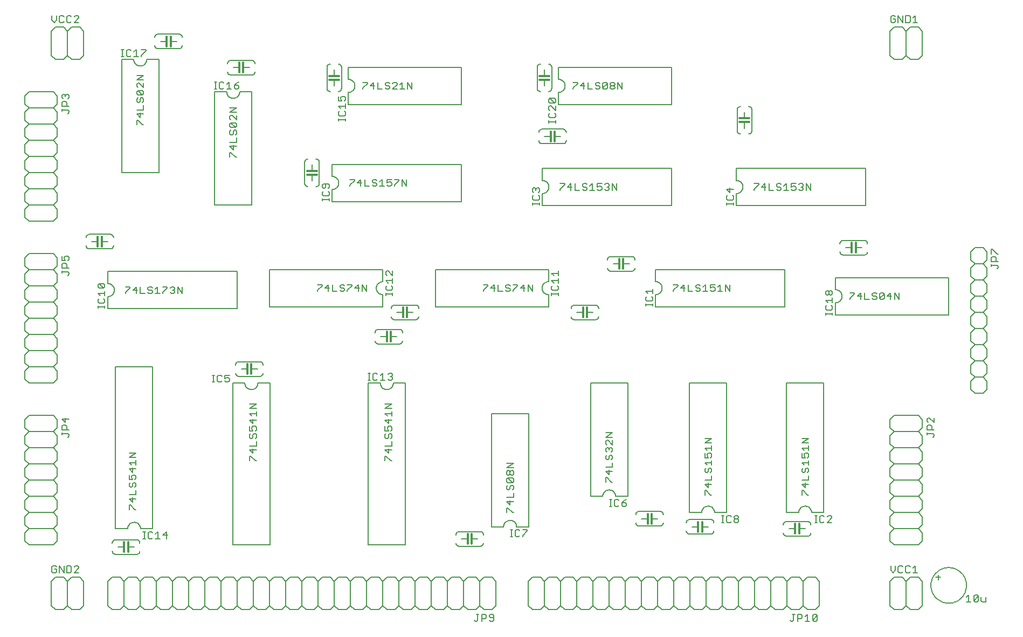
<source format=gto>
G75*
%MOIN*%
%OFA0B0*%
%FSLAX24Y24*%
%IPPOS*%
%LPD*%
%AMOC8*
5,1,8,0,0,1.08239X$1,22.5*
%
%ADD10C,0.0080*%
%ADD11C,0.0120*%
D10*
X006890Y005890D02*
X007140Y005640D01*
X007640Y005640D01*
X007890Y005890D01*
X007890Y007390D01*
X008140Y007640D01*
X008640Y007640D01*
X008890Y007390D01*
X008890Y005890D01*
X008640Y005640D01*
X008140Y005640D01*
X007890Y005890D01*
X006890Y005890D02*
X006890Y007390D01*
X007140Y007640D01*
X007640Y007640D01*
X007890Y007390D01*
X007851Y007930D02*
X008061Y007930D01*
X008131Y008000D01*
X008131Y008280D01*
X008061Y008350D01*
X007851Y008350D01*
X007851Y007930D01*
X007671Y007930D02*
X007671Y008350D01*
X007390Y008350D02*
X007671Y007930D01*
X007390Y007930D02*
X007390Y008350D01*
X007210Y008280D02*
X007140Y008350D01*
X007000Y008350D01*
X006930Y008280D01*
X006930Y008000D01*
X007000Y007930D01*
X007140Y007930D01*
X007210Y008000D01*
X007210Y008140D01*
X007070Y008140D01*
X008311Y008280D02*
X008381Y008350D01*
X008521Y008350D01*
X008591Y008280D01*
X008591Y008210D01*
X008311Y007930D01*
X008591Y007930D01*
X010390Y007390D02*
X010390Y005890D01*
X010640Y005640D01*
X011140Y005640D01*
X011390Y005890D01*
X011390Y007390D01*
X011140Y007640D01*
X010640Y007640D01*
X010390Y007390D01*
X011390Y007390D02*
X011640Y007640D01*
X012140Y007640D01*
X012390Y007390D01*
X012390Y005890D01*
X012140Y005640D01*
X011640Y005640D01*
X011390Y005890D01*
X012390Y005890D02*
X012640Y005640D01*
X013140Y005640D01*
X013390Y005890D01*
X013390Y007390D01*
X013140Y007640D01*
X012640Y007640D01*
X012390Y007390D01*
X013390Y007390D02*
X013640Y007640D01*
X014140Y007640D01*
X014390Y007390D01*
X014390Y005890D01*
X014140Y005640D01*
X013640Y005640D01*
X013390Y005890D01*
X014390Y005890D02*
X014640Y005640D01*
X015140Y005640D01*
X015390Y005890D01*
X015390Y007390D01*
X015140Y007640D01*
X014640Y007640D01*
X014390Y007390D01*
X015390Y007390D02*
X015640Y007640D01*
X016140Y007640D01*
X016390Y007390D01*
X016390Y005890D01*
X016140Y005640D01*
X015640Y005640D01*
X015390Y005890D01*
X016390Y005890D02*
X016640Y005640D01*
X017140Y005640D01*
X017390Y005890D01*
X017390Y007390D01*
X017640Y007640D01*
X018140Y007640D01*
X018390Y007390D01*
X018390Y005890D01*
X018140Y005640D01*
X017640Y005640D01*
X017390Y005890D01*
X018390Y005890D02*
X018640Y005640D01*
X019140Y005640D01*
X019390Y005890D01*
X019390Y007390D01*
X019640Y007640D01*
X020140Y007640D01*
X020390Y007390D01*
X020390Y005890D01*
X020140Y005640D01*
X019640Y005640D01*
X019390Y005890D01*
X020390Y005890D02*
X020640Y005640D01*
X021140Y005640D01*
X021390Y005890D01*
X021390Y007390D01*
X021640Y007640D01*
X022140Y007640D01*
X022390Y007390D01*
X022390Y005890D01*
X022140Y005640D01*
X021640Y005640D01*
X021390Y005890D01*
X022390Y005890D02*
X022640Y005640D01*
X023140Y005640D01*
X023390Y005890D01*
X023390Y007390D01*
X023640Y007640D01*
X024140Y007640D01*
X024390Y007390D01*
X024390Y005890D01*
X024140Y005640D01*
X023640Y005640D01*
X023390Y005890D01*
X024390Y005890D02*
X024640Y005640D01*
X025140Y005640D01*
X025390Y005890D01*
X025390Y007390D01*
X025640Y007640D01*
X026140Y007640D01*
X026390Y007390D01*
X026390Y005890D01*
X026140Y005640D01*
X025640Y005640D01*
X025390Y005890D01*
X026390Y005890D02*
X026640Y005640D01*
X027140Y005640D01*
X027390Y005890D01*
X027390Y007390D01*
X027640Y007640D01*
X028140Y007640D01*
X028390Y007390D01*
X028390Y005890D01*
X028140Y005640D01*
X027640Y005640D01*
X027390Y005890D01*
X028390Y005890D02*
X028640Y005640D01*
X029140Y005640D01*
X029390Y005890D01*
X029390Y007390D01*
X029140Y007640D01*
X028640Y007640D01*
X028390Y007390D01*
X029390Y007390D02*
X029640Y007640D01*
X030140Y007640D01*
X030390Y007390D01*
X030390Y005890D01*
X030140Y005640D01*
X029640Y005640D01*
X029390Y005890D01*
X030390Y005890D02*
X030640Y005640D01*
X031140Y005640D01*
X031390Y005890D01*
X031390Y007390D01*
X031140Y007640D01*
X030640Y007640D01*
X030390Y007390D01*
X031390Y007390D02*
X031640Y007640D01*
X032140Y007640D01*
X032390Y007390D01*
X032390Y005890D01*
X032140Y005640D01*
X031640Y005640D01*
X031390Y005890D01*
X032390Y005890D02*
X032640Y005640D01*
X033140Y005640D01*
X033390Y005890D01*
X033390Y007390D01*
X033140Y007640D01*
X032640Y007640D01*
X032390Y007390D01*
X033390Y007390D02*
X033640Y007640D01*
X034140Y007640D01*
X034390Y007390D01*
X034390Y005890D01*
X034140Y005640D01*
X033640Y005640D01*
X033390Y005890D01*
X033329Y005350D02*
X033189Y005350D01*
X033259Y005350D02*
X033259Y005000D01*
X033189Y004930D01*
X033119Y004930D01*
X033049Y005000D01*
X033509Y004930D02*
X033509Y005350D01*
X033719Y005350D01*
X033789Y005280D01*
X033789Y005140D01*
X033719Y005070D01*
X033509Y005070D01*
X033970Y005000D02*
X034040Y004930D01*
X034180Y004930D01*
X034250Y005000D01*
X034250Y005280D01*
X034180Y005350D01*
X034040Y005350D01*
X033970Y005280D01*
X033970Y005210D01*
X034040Y005140D01*
X034250Y005140D01*
X036390Y005890D02*
X036640Y005640D01*
X037140Y005640D01*
X037390Y005890D01*
X037390Y007390D01*
X037640Y007640D01*
X038140Y007640D01*
X038390Y007390D01*
X038390Y005890D01*
X038140Y005640D01*
X037640Y005640D01*
X037390Y005890D01*
X036390Y005890D02*
X036390Y007390D01*
X036640Y007640D01*
X037140Y007640D01*
X037390Y007390D01*
X038390Y007390D02*
X038640Y007640D01*
X039140Y007640D01*
X039390Y007390D01*
X039390Y005890D01*
X039140Y005640D01*
X038640Y005640D01*
X038390Y005890D01*
X039390Y005890D02*
X039640Y005640D01*
X040140Y005640D01*
X040390Y005890D01*
X040390Y007390D01*
X040640Y007640D01*
X041140Y007640D01*
X041390Y007390D01*
X041390Y005890D01*
X041140Y005640D01*
X040640Y005640D01*
X040390Y005890D01*
X041390Y005890D02*
X041640Y005640D01*
X042140Y005640D01*
X042390Y005890D01*
X042390Y007390D01*
X042640Y007640D01*
X043140Y007640D01*
X043390Y007390D01*
X043390Y005890D01*
X043140Y005640D01*
X042640Y005640D01*
X042390Y005890D01*
X043390Y005890D02*
X043640Y005640D01*
X044140Y005640D01*
X044390Y005890D01*
X044390Y007390D01*
X044640Y007640D01*
X045140Y007640D01*
X045390Y007390D01*
X045390Y005890D01*
X045140Y005640D01*
X044640Y005640D01*
X044390Y005890D01*
X045390Y005890D02*
X045640Y005640D01*
X046140Y005640D01*
X046390Y005890D01*
X046390Y007390D01*
X046640Y007640D01*
X047140Y007640D01*
X047390Y007390D01*
X047390Y005890D01*
X047140Y005640D01*
X046640Y005640D01*
X046390Y005890D01*
X047390Y005890D02*
X047640Y005640D01*
X048140Y005640D01*
X048390Y005890D01*
X048390Y007390D01*
X048140Y007640D01*
X047640Y007640D01*
X047390Y007390D01*
X046390Y007390D02*
X046140Y007640D01*
X045640Y007640D01*
X045390Y007390D01*
X044390Y007390D02*
X044140Y007640D01*
X043640Y007640D01*
X043390Y007390D01*
X042390Y007390D02*
X042140Y007640D01*
X041640Y007640D01*
X041390Y007390D01*
X040390Y007390D02*
X040140Y007640D01*
X039640Y007640D01*
X039390Y007390D01*
X036045Y010155D02*
X036045Y010225D01*
X036325Y010505D01*
X036325Y010575D01*
X036045Y010575D01*
X035864Y010505D02*
X035794Y010575D01*
X035654Y010575D01*
X035584Y010505D01*
X035584Y010225D01*
X035654Y010155D01*
X035794Y010155D01*
X035864Y010225D01*
X035417Y010155D02*
X035277Y010155D01*
X035347Y010155D02*
X035347Y010575D01*
X035277Y010575D02*
X035417Y010575D01*
X035665Y010765D02*
X035663Y010804D01*
X035657Y010843D01*
X035648Y010881D01*
X035635Y010918D01*
X035618Y010954D01*
X035598Y010987D01*
X035574Y011019D01*
X035548Y011048D01*
X035519Y011074D01*
X035487Y011098D01*
X035454Y011118D01*
X035418Y011135D01*
X035381Y011148D01*
X035343Y011157D01*
X035304Y011163D01*
X035265Y011165D01*
X035226Y011163D01*
X035187Y011157D01*
X035149Y011148D01*
X035112Y011135D01*
X035076Y011118D01*
X035043Y011098D01*
X035011Y011074D01*
X034982Y011048D01*
X034956Y011019D01*
X034932Y010987D01*
X034912Y010954D01*
X034895Y010918D01*
X034882Y010881D01*
X034873Y010843D01*
X034867Y010804D01*
X034865Y010765D01*
X034115Y010765D01*
X034115Y017765D01*
X036415Y017765D01*
X036415Y010765D01*
X035665Y010765D01*
X035475Y011655D02*
X035405Y011655D01*
X035125Y011935D01*
X035055Y011935D01*
X035055Y011655D01*
X035265Y012115D02*
X035265Y012396D01*
X035475Y012326D02*
X035055Y012326D01*
X035265Y012115D01*
X035055Y012576D02*
X035475Y012576D01*
X035475Y012856D01*
X035405Y013036D02*
X035475Y013106D01*
X035475Y013246D01*
X035405Y013316D01*
X035335Y013316D01*
X035265Y013246D01*
X035265Y013106D01*
X035195Y013036D01*
X035125Y013036D01*
X035055Y013106D01*
X035055Y013246D01*
X035125Y013316D01*
X035125Y013497D02*
X035055Y013567D01*
X035055Y013707D01*
X035125Y013777D01*
X035405Y013497D01*
X035475Y013567D01*
X035475Y013707D01*
X035405Y013777D01*
X035125Y013777D01*
X035125Y013957D02*
X035195Y013957D01*
X035265Y014027D01*
X035265Y014167D01*
X035335Y014237D01*
X035405Y014237D01*
X035475Y014167D01*
X035475Y014027D01*
X035405Y013957D01*
X035335Y013957D01*
X035265Y014027D01*
X035265Y014167D02*
X035195Y014237D01*
X035125Y014237D01*
X035055Y014167D01*
X035055Y014027D01*
X035125Y013957D01*
X035125Y013497D02*
X035405Y013497D01*
X035475Y014417D02*
X035055Y014417D01*
X035475Y014698D01*
X035055Y014698D01*
X040240Y012640D02*
X040990Y012640D01*
X040992Y012679D01*
X040998Y012718D01*
X041007Y012756D01*
X041020Y012793D01*
X041037Y012829D01*
X041057Y012862D01*
X041081Y012894D01*
X041107Y012923D01*
X041136Y012949D01*
X041168Y012973D01*
X041201Y012993D01*
X041237Y013010D01*
X041274Y013023D01*
X041312Y013032D01*
X041351Y013038D01*
X041390Y013040D01*
X041429Y013038D01*
X041468Y013032D01*
X041506Y013023D01*
X041543Y013010D01*
X041579Y012993D01*
X041612Y012973D01*
X041644Y012949D01*
X041673Y012923D01*
X041699Y012894D01*
X041723Y012862D01*
X041743Y012829D01*
X041760Y012793D01*
X041773Y012756D01*
X041782Y012718D01*
X041788Y012679D01*
X041790Y012640D01*
X042540Y012640D01*
X042540Y019640D01*
X040240Y019640D01*
X040240Y012640D01*
X041402Y012450D02*
X041542Y012450D01*
X041472Y012450D02*
X041472Y012030D01*
X041402Y012030D02*
X041542Y012030D01*
X041709Y012100D02*
X041779Y012030D01*
X041919Y012030D01*
X041989Y012100D01*
X042170Y012100D02*
X042240Y012030D01*
X042380Y012030D01*
X042450Y012100D01*
X042450Y012170D01*
X042380Y012240D01*
X042170Y012240D01*
X042170Y012100D01*
X042170Y012240D02*
X042310Y012380D01*
X042450Y012450D01*
X041989Y012380D02*
X041919Y012450D01*
X041779Y012450D01*
X041709Y012380D01*
X041709Y012100D01*
X043240Y011715D02*
X044540Y011715D01*
X044566Y011713D01*
X044592Y011708D01*
X044617Y011700D01*
X044640Y011688D01*
X044662Y011674D01*
X044681Y011656D01*
X044699Y011637D01*
X044713Y011615D01*
X044725Y011592D01*
X044733Y011567D01*
X044738Y011541D01*
X044740Y011515D01*
X044390Y011265D02*
X044020Y011265D01*
X043770Y011265D02*
X043390Y011265D01*
X043040Y011515D02*
X043042Y011541D01*
X043047Y011567D01*
X043055Y011592D01*
X043067Y011615D01*
X043081Y011637D01*
X043099Y011656D01*
X043118Y011674D01*
X043140Y011688D01*
X043163Y011700D01*
X043188Y011708D01*
X043214Y011713D01*
X043240Y011715D01*
X043040Y011015D02*
X043042Y010989D01*
X043047Y010963D01*
X043055Y010938D01*
X043067Y010915D01*
X043081Y010893D01*
X043099Y010874D01*
X043118Y010856D01*
X043140Y010842D01*
X043163Y010830D01*
X043188Y010822D01*
X043214Y010817D01*
X043240Y010815D01*
X044540Y010815D01*
X044566Y010817D01*
X044592Y010822D01*
X044617Y010830D01*
X044640Y010842D01*
X044662Y010856D01*
X044681Y010874D01*
X044699Y010893D01*
X044713Y010915D01*
X044725Y010938D01*
X044733Y010963D01*
X044738Y010989D01*
X044740Y011015D01*
X046165Y011015D02*
X046167Y011041D01*
X046172Y011067D01*
X046180Y011092D01*
X046192Y011115D01*
X046206Y011137D01*
X046224Y011156D01*
X046243Y011174D01*
X046265Y011188D01*
X046288Y011200D01*
X046313Y011208D01*
X046339Y011213D01*
X046365Y011215D01*
X047665Y011215D01*
X047691Y011213D01*
X047717Y011208D01*
X047742Y011200D01*
X047765Y011188D01*
X047787Y011174D01*
X047806Y011156D01*
X047824Y011137D01*
X047838Y011115D01*
X047850Y011092D01*
X047858Y011067D01*
X047863Y011041D01*
X047865Y011015D01*
X047515Y010765D02*
X047145Y010765D01*
X046895Y010765D02*
X046515Y010765D01*
X046165Y010515D02*
X046167Y010489D01*
X046172Y010463D01*
X046180Y010438D01*
X046192Y010415D01*
X046206Y010393D01*
X046224Y010374D01*
X046243Y010356D01*
X046265Y010342D01*
X046288Y010330D01*
X046313Y010322D01*
X046339Y010317D01*
X046365Y010315D01*
X047665Y010315D01*
X047691Y010317D01*
X047717Y010322D01*
X047742Y010330D01*
X047765Y010342D01*
X047787Y010356D01*
X047806Y010374D01*
X047824Y010393D01*
X047838Y010415D01*
X047850Y010438D01*
X047858Y010463D01*
X047863Y010489D01*
X047865Y010515D01*
X048352Y011030D02*
X048492Y011030D01*
X048422Y011030D02*
X048422Y011450D01*
X048352Y011450D02*
X048492Y011450D01*
X048659Y011380D02*
X048659Y011100D01*
X048729Y011030D01*
X048869Y011030D01*
X048939Y011100D01*
X049120Y011100D02*
X049120Y011170D01*
X049190Y011240D01*
X049330Y011240D01*
X049400Y011170D01*
X049400Y011100D01*
X049330Y011030D01*
X049190Y011030D01*
X049120Y011100D01*
X049190Y011240D02*
X049120Y011310D01*
X049120Y011380D01*
X049190Y011450D01*
X049330Y011450D01*
X049400Y011380D01*
X049400Y011310D01*
X049330Y011240D01*
X048939Y011380D02*
X048869Y011450D01*
X048729Y011450D01*
X048659Y011380D01*
X048665Y011640D02*
X047915Y011640D01*
X047913Y011679D01*
X047907Y011718D01*
X047898Y011756D01*
X047885Y011793D01*
X047868Y011829D01*
X047848Y011862D01*
X047824Y011894D01*
X047798Y011923D01*
X047769Y011949D01*
X047737Y011973D01*
X047704Y011993D01*
X047668Y012010D01*
X047631Y012023D01*
X047593Y012032D01*
X047554Y012038D01*
X047515Y012040D01*
X047476Y012038D01*
X047437Y012032D01*
X047399Y012023D01*
X047362Y012010D01*
X047326Y011993D01*
X047293Y011973D01*
X047261Y011949D01*
X047232Y011923D01*
X047206Y011894D01*
X047182Y011862D01*
X047162Y011829D01*
X047145Y011793D01*
X047132Y011756D01*
X047123Y011718D01*
X047117Y011679D01*
X047115Y011640D01*
X046365Y011640D01*
X046365Y019640D01*
X048665Y019640D01*
X048665Y011640D01*
X047725Y012730D02*
X047655Y012730D01*
X047375Y013010D01*
X047305Y013010D01*
X047305Y012730D01*
X047515Y013190D02*
X047515Y013471D01*
X047725Y013401D02*
X047305Y013401D01*
X047515Y013190D01*
X047305Y013651D02*
X047725Y013651D01*
X047725Y013931D01*
X047655Y014111D02*
X047725Y014181D01*
X047725Y014321D01*
X047655Y014391D01*
X047585Y014391D01*
X047515Y014321D01*
X047515Y014181D01*
X047445Y014111D01*
X047375Y014111D01*
X047305Y014181D01*
X047305Y014321D01*
X047375Y014391D01*
X047445Y014572D02*
X047305Y014712D01*
X047725Y014712D01*
X047725Y014572D02*
X047725Y014852D01*
X047655Y015032D02*
X047725Y015102D01*
X047725Y015242D01*
X047655Y015312D01*
X047515Y015312D01*
X047445Y015242D01*
X047445Y015172D01*
X047515Y015032D01*
X047305Y015032D01*
X047305Y015312D01*
X047445Y015492D02*
X047305Y015632D01*
X047725Y015632D01*
X047725Y015492D02*
X047725Y015773D01*
X047725Y015953D02*
X047305Y015953D01*
X047725Y016233D01*
X047305Y016233D01*
X052365Y019640D02*
X054665Y019640D01*
X054665Y011640D01*
X053915Y011640D01*
X054102Y011450D02*
X054242Y011450D01*
X054172Y011450D02*
X054172Y011030D01*
X054102Y011030D02*
X054242Y011030D01*
X054409Y011100D02*
X054479Y011030D01*
X054619Y011030D01*
X054689Y011100D01*
X054870Y011030D02*
X055150Y011310D01*
X055150Y011380D01*
X055080Y011450D01*
X054940Y011450D01*
X054870Y011380D01*
X054689Y011380D02*
X054619Y011450D01*
X054479Y011450D01*
X054409Y011380D01*
X054409Y011100D01*
X054870Y011030D02*
X055150Y011030D01*
X053665Y011090D02*
X052365Y011090D01*
X052339Y011088D01*
X052313Y011083D01*
X052288Y011075D01*
X052265Y011063D01*
X052243Y011049D01*
X052224Y011031D01*
X052206Y011012D01*
X052192Y010990D01*
X052180Y010967D01*
X052172Y010942D01*
X052167Y010916D01*
X052165Y010890D01*
X052515Y010640D02*
X052895Y010640D01*
X053145Y010640D02*
X053515Y010640D01*
X053865Y010390D02*
X053863Y010364D01*
X053858Y010338D01*
X053850Y010313D01*
X053838Y010290D01*
X053824Y010268D01*
X053806Y010249D01*
X053787Y010231D01*
X053765Y010217D01*
X053742Y010205D01*
X053717Y010197D01*
X053691Y010192D01*
X053665Y010190D01*
X052365Y010190D01*
X052339Y010192D01*
X052313Y010197D01*
X052288Y010205D01*
X052265Y010217D01*
X052243Y010231D01*
X052224Y010249D01*
X052206Y010268D01*
X052192Y010290D01*
X052180Y010313D01*
X052172Y010338D01*
X052167Y010364D01*
X052165Y010390D01*
X052365Y011640D02*
X053115Y011640D01*
X053117Y011679D01*
X053123Y011718D01*
X053132Y011756D01*
X053145Y011793D01*
X053162Y011829D01*
X053182Y011862D01*
X053206Y011894D01*
X053232Y011923D01*
X053261Y011949D01*
X053293Y011973D01*
X053326Y011993D01*
X053362Y012010D01*
X053399Y012023D01*
X053437Y012032D01*
X053476Y012038D01*
X053515Y012040D01*
X053554Y012038D01*
X053593Y012032D01*
X053631Y012023D01*
X053668Y012010D01*
X053704Y011993D01*
X053737Y011973D01*
X053769Y011949D01*
X053798Y011923D01*
X053824Y011894D01*
X053848Y011862D01*
X053868Y011829D01*
X053885Y011793D01*
X053898Y011756D01*
X053907Y011718D01*
X053913Y011679D01*
X053915Y011640D01*
X053665Y011090D02*
X053691Y011088D01*
X053717Y011083D01*
X053742Y011075D01*
X053765Y011063D01*
X053787Y011049D01*
X053806Y011031D01*
X053824Y011012D01*
X053838Y010990D01*
X053850Y010967D01*
X053858Y010942D01*
X053863Y010916D01*
X053865Y010890D01*
X052365Y011640D02*
X052365Y019640D01*
X053305Y016233D02*
X053725Y016233D01*
X053305Y015953D01*
X053725Y015953D01*
X053725Y015773D02*
X053725Y015492D01*
X053725Y015632D02*
X053305Y015632D01*
X053445Y015492D01*
X053515Y015312D02*
X053655Y015312D01*
X053725Y015242D01*
X053725Y015102D01*
X053655Y015032D01*
X053515Y015032D02*
X053445Y015172D01*
X053445Y015242D01*
X053515Y015312D01*
X053305Y015312D02*
X053305Y015032D01*
X053515Y015032D01*
X053725Y014852D02*
X053725Y014572D01*
X053725Y014712D02*
X053305Y014712D01*
X053445Y014572D01*
X053375Y014391D02*
X053305Y014321D01*
X053305Y014181D01*
X053375Y014111D01*
X053445Y014111D01*
X053515Y014181D01*
X053515Y014321D01*
X053585Y014391D01*
X053655Y014391D01*
X053725Y014321D01*
X053725Y014181D01*
X053655Y014111D01*
X053725Y013931D02*
X053725Y013651D01*
X053305Y013651D01*
X053305Y013401D02*
X053515Y013190D01*
X053515Y013471D01*
X053725Y013401D02*
X053305Y013401D01*
X053305Y013010D02*
X053375Y013010D01*
X053655Y012730D01*
X053725Y012730D01*
X053305Y012730D02*
X053305Y013010D01*
X058765Y012890D02*
X058765Y013390D01*
X059015Y013640D01*
X060515Y013640D01*
X060765Y013390D01*
X060765Y012890D01*
X060515Y012640D01*
X059015Y012640D01*
X058765Y012390D01*
X058765Y011890D01*
X059015Y011640D01*
X060515Y011640D01*
X060765Y011390D01*
X060765Y010890D01*
X060515Y010640D01*
X060765Y010390D01*
X060765Y009890D01*
X060515Y009640D01*
X059015Y009640D01*
X058765Y009890D01*
X058765Y010390D01*
X059015Y010640D01*
X060515Y010640D01*
X060515Y011640D02*
X060765Y011890D01*
X060765Y012390D01*
X060515Y012640D01*
X060515Y013640D02*
X060765Y013890D01*
X060765Y014390D01*
X060515Y014640D01*
X059015Y014640D01*
X058765Y014390D01*
X058765Y013890D01*
X059015Y013640D01*
X058765Y012890D02*
X059015Y012640D01*
X059015Y011640D02*
X058765Y011390D01*
X058765Y010890D01*
X059015Y010640D01*
X059085Y008350D02*
X059085Y008070D01*
X058945Y007930D01*
X058805Y008070D01*
X058805Y008350D01*
X059265Y008280D02*
X059265Y008000D01*
X059335Y007930D01*
X059476Y007930D01*
X059546Y008000D01*
X059726Y008000D02*
X059726Y008280D01*
X059796Y008350D01*
X059936Y008350D01*
X060006Y008280D01*
X060186Y008210D02*
X060326Y008350D01*
X060326Y007930D01*
X060186Y007930D02*
X060466Y007930D01*
X060515Y007640D02*
X060765Y007390D01*
X060765Y005890D01*
X060515Y005640D01*
X060015Y005640D01*
X059765Y005890D01*
X059765Y007390D01*
X060015Y007640D01*
X060515Y007640D01*
X060006Y008000D02*
X059936Y007930D01*
X059796Y007930D01*
X059726Y008000D01*
X059546Y008280D02*
X059476Y008350D01*
X059335Y008350D01*
X059265Y008280D01*
X059515Y007640D02*
X059765Y007390D01*
X059515Y007640D02*
X059015Y007640D01*
X058765Y007390D01*
X058765Y005890D01*
X059015Y005640D01*
X059515Y005640D01*
X059765Y005890D01*
X061740Y007490D02*
X061740Y007640D01*
X061740Y007790D01*
X061740Y007640D02*
X061890Y007640D01*
X061740Y007640D02*
X061590Y007640D01*
X061290Y007140D02*
X061292Y007206D01*
X061298Y007271D01*
X061308Y007336D01*
X061321Y007401D01*
X061339Y007464D01*
X061360Y007527D01*
X061385Y007587D01*
X061414Y007647D01*
X061446Y007704D01*
X061481Y007760D01*
X061520Y007813D01*
X061562Y007864D01*
X061606Y007912D01*
X061654Y007957D01*
X061704Y008000D01*
X061757Y008039D01*
X061812Y008076D01*
X061869Y008109D01*
X061928Y008138D01*
X061988Y008164D01*
X062050Y008186D01*
X062113Y008205D01*
X062177Y008219D01*
X062242Y008230D01*
X062308Y008237D01*
X062374Y008240D01*
X062439Y008239D01*
X062505Y008234D01*
X062570Y008225D01*
X062635Y008212D01*
X062698Y008196D01*
X062761Y008176D01*
X062822Y008151D01*
X062882Y008124D01*
X062940Y008093D01*
X062996Y008058D01*
X063050Y008020D01*
X063101Y007979D01*
X063150Y007935D01*
X063196Y007888D01*
X063240Y007839D01*
X063280Y007787D01*
X063317Y007732D01*
X063351Y007676D01*
X063381Y007617D01*
X063408Y007557D01*
X063431Y007496D01*
X063450Y007433D01*
X063466Y007369D01*
X063478Y007304D01*
X063486Y007239D01*
X063490Y007173D01*
X063490Y007107D01*
X063486Y007041D01*
X063478Y006976D01*
X063466Y006911D01*
X063450Y006847D01*
X063431Y006784D01*
X063408Y006723D01*
X063381Y006663D01*
X063351Y006604D01*
X063317Y006548D01*
X063280Y006493D01*
X063240Y006441D01*
X063196Y006392D01*
X063150Y006345D01*
X063101Y006301D01*
X063050Y006260D01*
X062996Y006222D01*
X062940Y006187D01*
X062882Y006156D01*
X062822Y006129D01*
X062761Y006104D01*
X062698Y006084D01*
X062635Y006068D01*
X062570Y006055D01*
X062505Y006046D01*
X062439Y006041D01*
X062374Y006040D01*
X062308Y006043D01*
X062242Y006050D01*
X062177Y006061D01*
X062113Y006075D01*
X062050Y006094D01*
X061988Y006116D01*
X061928Y006142D01*
X061869Y006171D01*
X061812Y006204D01*
X061757Y006241D01*
X061704Y006280D01*
X061654Y006323D01*
X061606Y006368D01*
X061562Y006416D01*
X061520Y006467D01*
X061481Y006520D01*
X061446Y006576D01*
X061414Y006633D01*
X061385Y006693D01*
X061360Y006753D01*
X061339Y006816D01*
X061321Y006879D01*
X061308Y006944D01*
X061298Y007009D01*
X061292Y007074D01*
X061290Y007140D01*
X063480Y006410D02*
X063620Y006550D01*
X063620Y006130D01*
X063480Y006130D02*
X063760Y006130D01*
X063940Y006200D02*
X064221Y006480D01*
X064221Y006200D01*
X064151Y006130D01*
X064010Y006130D01*
X063940Y006200D01*
X063940Y006480D01*
X064010Y006550D01*
X064151Y006550D01*
X064221Y006480D01*
X064401Y006410D02*
X064401Y006200D01*
X064471Y006130D01*
X064681Y006130D01*
X064681Y006410D01*
X054390Y005890D02*
X054140Y005640D01*
X053640Y005640D01*
X053390Y005890D01*
X053390Y007390D01*
X053140Y007640D01*
X052640Y007640D01*
X052390Y007390D01*
X052390Y005890D01*
X052140Y005640D01*
X051640Y005640D01*
X051390Y005890D01*
X051390Y007390D01*
X051140Y007640D01*
X050640Y007640D01*
X050390Y007390D01*
X050390Y005890D01*
X050140Y005640D01*
X049640Y005640D01*
X049390Y005890D01*
X049390Y007390D01*
X049140Y007640D01*
X048640Y007640D01*
X048390Y007390D01*
X049390Y007390D02*
X049640Y007640D01*
X050140Y007640D01*
X050390Y007390D01*
X051390Y007390D02*
X051640Y007640D01*
X052140Y007640D01*
X052390Y007390D01*
X053390Y007390D02*
X053640Y007640D01*
X054140Y007640D01*
X054390Y007390D01*
X054390Y005890D01*
X054180Y005350D02*
X054250Y005280D01*
X053970Y005000D01*
X054040Y004930D01*
X054180Y004930D01*
X054250Y005000D01*
X054250Y005280D01*
X054180Y005350D02*
X054040Y005350D01*
X053970Y005280D01*
X053970Y005000D01*
X053789Y004930D02*
X053509Y004930D01*
X053649Y004930D02*
X053649Y005350D01*
X053509Y005210D01*
X053329Y005280D02*
X053329Y005140D01*
X053259Y005070D01*
X053049Y005070D01*
X053049Y004930D02*
X053049Y005350D01*
X053259Y005350D01*
X053329Y005280D01*
X053140Y005640D02*
X053390Y005890D01*
X053140Y005640D02*
X052640Y005640D01*
X052390Y005890D01*
X052729Y005350D02*
X052869Y005350D01*
X052799Y005350D02*
X052799Y005000D01*
X052729Y004930D01*
X052658Y004930D01*
X052588Y005000D01*
X051390Y005890D02*
X051140Y005640D01*
X050640Y005640D01*
X050390Y005890D01*
X049390Y005890D02*
X049140Y005640D01*
X048640Y005640D01*
X048390Y005890D01*
X041600Y013530D02*
X041530Y013530D01*
X041250Y013810D01*
X041180Y013810D01*
X041180Y013530D01*
X041390Y013990D02*
X041390Y014271D01*
X041600Y014201D02*
X041180Y014201D01*
X041390Y013990D01*
X041600Y014451D02*
X041600Y014731D01*
X041530Y014911D02*
X041600Y014981D01*
X041600Y015121D01*
X041530Y015191D01*
X041460Y015191D01*
X041390Y015121D01*
X041390Y014981D01*
X041320Y014911D01*
X041250Y014911D01*
X041180Y014981D01*
X041180Y015121D01*
X041250Y015191D01*
X041250Y015372D02*
X041180Y015442D01*
X041180Y015582D01*
X041250Y015652D01*
X041320Y015652D01*
X041390Y015582D01*
X041460Y015652D01*
X041530Y015652D01*
X041600Y015582D01*
X041600Y015442D01*
X041530Y015372D01*
X041390Y015512D02*
X041390Y015582D01*
X041250Y015832D02*
X041180Y015902D01*
X041180Y016042D01*
X041250Y016112D01*
X041320Y016112D01*
X041600Y015832D01*
X041600Y016112D01*
X041600Y016292D02*
X041180Y016292D01*
X041600Y016573D01*
X041180Y016573D01*
X041180Y014451D02*
X041600Y014451D01*
X033415Y010465D02*
X032115Y010465D01*
X032089Y010463D01*
X032063Y010458D01*
X032038Y010450D01*
X032015Y010438D01*
X031993Y010424D01*
X031974Y010406D01*
X031956Y010387D01*
X031942Y010365D01*
X031930Y010342D01*
X031922Y010317D01*
X031917Y010291D01*
X031915Y010265D01*
X032265Y010015D02*
X032635Y010015D01*
X032885Y010015D02*
X033265Y010015D01*
X033615Y009765D02*
X033613Y009739D01*
X033608Y009713D01*
X033600Y009688D01*
X033588Y009665D01*
X033574Y009643D01*
X033556Y009624D01*
X033537Y009606D01*
X033515Y009592D01*
X033492Y009580D01*
X033467Y009572D01*
X033441Y009567D01*
X033415Y009565D01*
X032115Y009565D01*
X032089Y009567D01*
X032063Y009572D01*
X032038Y009580D01*
X032015Y009592D01*
X031993Y009606D01*
X031974Y009624D01*
X031956Y009643D01*
X031942Y009665D01*
X031930Y009688D01*
X031922Y009713D01*
X031917Y009739D01*
X031915Y009765D01*
X033415Y010465D02*
X033441Y010463D01*
X033467Y010458D01*
X033492Y010450D01*
X033515Y010438D01*
X033537Y010424D01*
X033556Y010406D01*
X033574Y010387D01*
X033588Y010365D01*
X033600Y010342D01*
X033608Y010317D01*
X033613Y010291D01*
X033615Y010265D01*
X028790Y009640D02*
X026490Y009640D01*
X026490Y019640D01*
X027240Y019640D01*
X027247Y019830D02*
X027528Y019830D01*
X027387Y019830D02*
X027387Y020250D01*
X027247Y020110D01*
X027067Y020180D02*
X026997Y020250D01*
X026857Y020250D01*
X026787Y020180D01*
X026787Y019900D01*
X026857Y019830D01*
X026997Y019830D01*
X027067Y019900D01*
X026620Y019830D02*
X026480Y019830D01*
X026550Y019830D02*
X026550Y020250D01*
X026480Y020250D02*
X026620Y020250D01*
X027240Y019640D02*
X027242Y019601D01*
X027248Y019562D01*
X027257Y019524D01*
X027270Y019487D01*
X027287Y019451D01*
X027307Y019418D01*
X027331Y019386D01*
X027357Y019357D01*
X027386Y019331D01*
X027418Y019307D01*
X027451Y019287D01*
X027487Y019270D01*
X027524Y019257D01*
X027562Y019248D01*
X027601Y019242D01*
X027640Y019240D01*
X027679Y019242D01*
X027718Y019248D01*
X027756Y019257D01*
X027793Y019270D01*
X027829Y019287D01*
X027862Y019307D01*
X027894Y019331D01*
X027923Y019357D01*
X027949Y019386D01*
X027973Y019418D01*
X027993Y019451D01*
X028010Y019487D01*
X028023Y019524D01*
X028032Y019562D01*
X028038Y019601D01*
X028040Y019640D01*
X028790Y019640D01*
X028790Y009640D01*
X027140Y007640D02*
X026640Y007640D01*
X026390Y007390D01*
X027140Y007640D02*
X027390Y007390D01*
X025390Y007390D02*
X025140Y007640D01*
X024640Y007640D01*
X024390Y007390D01*
X023390Y007390D02*
X023140Y007640D01*
X022640Y007640D01*
X022390Y007390D01*
X021390Y007390D02*
X021140Y007640D01*
X020640Y007640D01*
X020390Y007390D01*
X019390Y007390D02*
X019140Y007640D01*
X018640Y007640D01*
X018390Y007390D01*
X017390Y007390D02*
X017140Y007640D01*
X016640Y007640D01*
X016390Y007390D01*
X018115Y009640D02*
X020415Y009640D01*
X020415Y019640D01*
X019665Y019640D01*
X019663Y019601D01*
X019657Y019562D01*
X019648Y019524D01*
X019635Y019487D01*
X019618Y019451D01*
X019598Y019418D01*
X019574Y019386D01*
X019548Y019357D01*
X019519Y019331D01*
X019487Y019307D01*
X019454Y019287D01*
X019418Y019270D01*
X019381Y019257D01*
X019343Y019248D01*
X019304Y019242D01*
X019265Y019240D01*
X019226Y019242D01*
X019187Y019248D01*
X019149Y019257D01*
X019112Y019270D01*
X019076Y019287D01*
X019043Y019307D01*
X019011Y019331D01*
X018982Y019357D01*
X018956Y019386D01*
X018932Y019418D01*
X018912Y019451D01*
X018895Y019487D01*
X018882Y019524D01*
X018873Y019562D01*
X018867Y019601D01*
X018865Y019640D01*
X018115Y019640D01*
X018115Y009640D01*
X014075Y010240D02*
X013795Y010240D01*
X014005Y010450D01*
X014005Y010030D01*
X013614Y010030D02*
X013334Y010030D01*
X013474Y010030D02*
X013474Y010450D01*
X013334Y010310D01*
X013154Y010380D02*
X013084Y010450D01*
X012944Y010450D01*
X012874Y010380D01*
X012874Y010100D01*
X012944Y010030D01*
X013084Y010030D01*
X013154Y010100D01*
X012707Y010030D02*
X012567Y010030D01*
X012637Y010030D02*
X012637Y010450D01*
X012567Y010450D02*
X012707Y010450D01*
X012415Y010640D02*
X013165Y010640D01*
X013165Y020640D01*
X010865Y020640D01*
X010865Y010640D01*
X011615Y010640D01*
X011617Y010679D01*
X011623Y010718D01*
X011632Y010756D01*
X011645Y010793D01*
X011662Y010829D01*
X011682Y010862D01*
X011706Y010894D01*
X011732Y010923D01*
X011761Y010949D01*
X011793Y010973D01*
X011826Y010993D01*
X011862Y011010D01*
X011899Y011023D01*
X011937Y011032D01*
X011976Y011038D01*
X012015Y011040D01*
X012054Y011038D01*
X012093Y011032D01*
X012131Y011023D01*
X012168Y011010D01*
X012204Y010993D01*
X012237Y010973D01*
X012269Y010949D01*
X012298Y010923D01*
X012324Y010894D01*
X012348Y010862D01*
X012368Y010829D01*
X012385Y010793D01*
X012398Y010756D01*
X012407Y010718D01*
X012413Y010679D01*
X012415Y010640D01*
X012165Y009965D02*
X010865Y009965D01*
X010839Y009963D01*
X010813Y009958D01*
X010788Y009950D01*
X010765Y009938D01*
X010743Y009924D01*
X010724Y009906D01*
X010706Y009887D01*
X010692Y009865D01*
X010680Y009842D01*
X010672Y009817D01*
X010667Y009791D01*
X010665Y009765D01*
X011015Y009515D02*
X011395Y009515D01*
X011645Y009515D02*
X012015Y009515D01*
X012365Y009265D02*
X012363Y009239D01*
X012358Y009213D01*
X012350Y009188D01*
X012338Y009165D01*
X012324Y009143D01*
X012306Y009124D01*
X012287Y009106D01*
X012265Y009092D01*
X012242Y009080D01*
X012217Y009072D01*
X012191Y009067D01*
X012165Y009065D01*
X010865Y009065D01*
X010839Y009067D01*
X010813Y009072D01*
X010788Y009080D01*
X010765Y009092D01*
X010743Y009106D01*
X010724Y009124D01*
X010706Y009143D01*
X010692Y009165D01*
X010680Y009188D01*
X010672Y009213D01*
X010667Y009239D01*
X010665Y009265D01*
X012165Y009965D02*
X012191Y009963D01*
X012217Y009958D01*
X012242Y009950D01*
X012265Y009938D01*
X012287Y009924D01*
X012306Y009906D01*
X012324Y009887D01*
X012338Y009865D01*
X012350Y009842D01*
X012358Y009817D01*
X012363Y009791D01*
X012365Y009765D01*
X012125Y011830D02*
X012055Y011830D01*
X011775Y012110D01*
X011705Y012110D01*
X011705Y011830D01*
X011915Y012290D02*
X011915Y012571D01*
X012125Y012501D02*
X011705Y012501D01*
X011915Y012290D01*
X011705Y012751D02*
X012125Y012751D01*
X012125Y013031D01*
X012055Y013211D02*
X012125Y013281D01*
X012125Y013421D01*
X012055Y013491D01*
X011985Y013491D01*
X011915Y013421D01*
X011915Y013281D01*
X011845Y013211D01*
X011775Y013211D01*
X011705Y013281D01*
X011705Y013421D01*
X011775Y013491D01*
X011705Y013672D02*
X011915Y013672D01*
X011845Y013812D01*
X011845Y013882D01*
X011915Y013952D01*
X012055Y013952D01*
X012125Y013882D01*
X012125Y013742D01*
X012055Y013672D01*
X011705Y013672D02*
X011705Y013952D01*
X011915Y014132D02*
X011915Y014412D01*
X011845Y014592D02*
X011705Y014732D01*
X012125Y014732D01*
X012125Y014592D02*
X012125Y014873D01*
X012125Y015053D02*
X011705Y015053D01*
X012125Y015333D01*
X011705Y015333D01*
X011705Y014342D02*
X011915Y014132D01*
X012125Y014342D02*
X011705Y014342D01*
X007975Y016369D02*
X007975Y016439D01*
X007905Y016509D01*
X007555Y016509D01*
X007555Y016439D02*
X007555Y016579D01*
X007555Y016759D02*
X007555Y016969D01*
X007625Y017039D01*
X007765Y017039D01*
X007835Y016969D01*
X007835Y016759D01*
X007975Y016759D02*
X007555Y016759D01*
X007265Y016890D02*
X007015Y016640D01*
X005515Y016640D01*
X005265Y016390D01*
X005265Y015890D01*
X005515Y015640D01*
X007015Y015640D01*
X007265Y015390D01*
X007265Y014890D01*
X007015Y014640D01*
X005515Y014640D01*
X005265Y014390D01*
X005265Y013890D01*
X005515Y013640D01*
X007015Y013640D01*
X007265Y013390D01*
X007265Y012890D01*
X007015Y012640D01*
X005515Y012640D01*
X005265Y012390D01*
X005265Y011890D01*
X005515Y011640D01*
X007015Y011640D01*
X007265Y011390D01*
X007265Y010890D01*
X007015Y010640D01*
X007265Y010390D01*
X007265Y009890D01*
X007015Y009640D01*
X005515Y009640D01*
X005265Y009890D01*
X005265Y010390D01*
X005515Y010640D01*
X007015Y010640D01*
X007015Y011640D02*
X007265Y011890D01*
X007265Y012390D01*
X007015Y012640D01*
X007015Y013640D02*
X007265Y013890D01*
X007265Y014390D01*
X007015Y014640D01*
X007015Y015640D02*
X007265Y015890D01*
X007265Y016390D01*
X007015Y016640D01*
X007265Y016890D02*
X007265Y017390D01*
X007015Y017640D01*
X005515Y017640D01*
X005265Y017390D01*
X005265Y016890D01*
X005515Y016640D01*
X005515Y015640D02*
X005265Y015390D01*
X005265Y014890D01*
X005515Y014640D01*
X005515Y013640D02*
X005265Y013390D01*
X005265Y012890D01*
X005515Y012640D01*
X005515Y011640D02*
X005265Y011390D01*
X005265Y010890D01*
X005515Y010640D01*
X007905Y016299D02*
X007975Y016369D01*
X007765Y017220D02*
X007765Y017500D01*
X007975Y017430D02*
X007555Y017430D01*
X007765Y017220D01*
X007015Y019640D02*
X005515Y019640D01*
X005265Y019890D01*
X005265Y020390D01*
X005515Y020640D01*
X007015Y020640D01*
X007265Y020390D01*
X007265Y019890D01*
X007015Y019640D01*
X007015Y020640D02*
X007265Y020890D01*
X007265Y021390D01*
X007015Y021640D01*
X005515Y021640D01*
X005265Y021390D01*
X005265Y020890D01*
X005515Y020640D01*
X005515Y021640D02*
X005265Y021890D01*
X005265Y022390D01*
X005515Y022640D01*
X007015Y022640D01*
X007265Y022390D01*
X007265Y021890D01*
X007015Y021640D01*
X007015Y022640D02*
X007265Y022890D01*
X007265Y023390D01*
X007015Y023640D01*
X005515Y023640D01*
X005265Y023390D01*
X005265Y022890D01*
X005515Y022640D01*
X005515Y023640D02*
X005265Y023890D01*
X005265Y024390D01*
X005515Y024640D01*
X007015Y024640D01*
X007265Y024390D01*
X007265Y023890D01*
X007015Y023640D01*
X007015Y024640D02*
X007265Y024890D01*
X007265Y025390D01*
X007015Y025640D01*
X005515Y025640D01*
X005265Y025390D01*
X005265Y024890D01*
X005515Y024640D01*
X005515Y025640D02*
X005265Y025890D01*
X005265Y026390D01*
X005515Y026640D01*
X007015Y026640D01*
X007265Y026390D01*
X007265Y025890D01*
X007015Y025640D01*
X007555Y026439D02*
X007555Y026579D01*
X007555Y026509D02*
X007905Y026509D01*
X007975Y026439D01*
X007975Y026369D01*
X007905Y026299D01*
X007975Y026759D02*
X007555Y026759D01*
X007555Y026969D01*
X007625Y027039D01*
X007765Y027039D01*
X007835Y026969D01*
X007835Y026759D01*
X007905Y027220D02*
X007975Y027290D01*
X007975Y027430D01*
X007905Y027500D01*
X007765Y027500D01*
X007695Y027430D01*
X007695Y027360D01*
X007765Y027220D01*
X007555Y027220D01*
X007555Y027500D01*
X007265Y027390D02*
X007265Y026890D01*
X007015Y026640D01*
X007265Y027390D02*
X007015Y027640D01*
X005515Y027640D01*
X005265Y027390D01*
X005265Y026890D01*
X005515Y026640D01*
X005515Y029640D02*
X007015Y029640D01*
X007265Y029890D01*
X007265Y030390D01*
X007015Y030640D01*
X005515Y030640D01*
X005265Y030390D01*
X005265Y029890D01*
X005515Y029640D01*
X005515Y030640D02*
X005265Y030890D01*
X005265Y031390D01*
X005515Y031640D01*
X007015Y031640D01*
X007265Y031390D01*
X007265Y030890D01*
X007015Y030640D01*
X007015Y031640D02*
X007265Y031890D01*
X007265Y032390D01*
X007015Y032640D01*
X005515Y032640D01*
X005265Y032390D01*
X005265Y031890D01*
X005515Y031640D01*
X005515Y032640D02*
X005265Y032890D01*
X005265Y033390D01*
X005515Y033640D01*
X007015Y033640D01*
X007265Y033390D01*
X007265Y032890D01*
X007015Y032640D01*
X007015Y033640D02*
X007265Y033890D01*
X007265Y034390D01*
X007015Y034640D01*
X005515Y034640D01*
X005265Y034390D01*
X005265Y033890D01*
X005515Y033640D01*
X005515Y034640D02*
X005265Y034890D01*
X005265Y035390D01*
X005515Y035640D01*
X007015Y035640D01*
X007265Y035390D01*
X007265Y034890D01*
X007015Y034640D01*
X007015Y035640D02*
X007265Y035890D01*
X007265Y036390D01*
X007015Y036640D01*
X005515Y036640D01*
X005265Y036390D01*
X005265Y035890D01*
X005515Y035640D01*
X005515Y036640D02*
X005265Y036890D01*
X005265Y037390D01*
X005515Y037640D01*
X007015Y037640D01*
X007265Y037390D01*
X007265Y036890D01*
X007015Y036640D01*
X007555Y036579D02*
X007555Y036439D01*
X007555Y036509D02*
X007905Y036509D01*
X007975Y036439D01*
X007975Y036369D01*
X007905Y036299D01*
X007975Y036759D02*
X007555Y036759D01*
X007555Y036969D01*
X007625Y037039D01*
X007765Y037039D01*
X007835Y036969D01*
X007835Y036759D01*
X007905Y037220D02*
X007975Y037290D01*
X007975Y037430D01*
X007905Y037500D01*
X007835Y037500D01*
X007765Y037430D01*
X007765Y037360D01*
X007765Y037430D02*
X007695Y037500D01*
X007625Y037500D01*
X007555Y037430D01*
X007555Y037290D01*
X007625Y037220D01*
X007640Y039640D02*
X007140Y039640D01*
X006890Y039890D01*
X006890Y041390D01*
X007140Y041640D01*
X007640Y041640D01*
X007890Y041390D01*
X007890Y039890D01*
X008140Y039640D01*
X008640Y039640D01*
X008890Y039890D01*
X008890Y041390D01*
X008640Y041640D01*
X008140Y041640D01*
X007890Y041390D01*
X007921Y041930D02*
X008061Y041930D01*
X008131Y042000D01*
X008311Y041930D02*
X008591Y042210D01*
X008591Y042280D01*
X008521Y042350D01*
X008381Y042350D01*
X008311Y042280D01*
X008131Y042280D02*
X008061Y042350D01*
X007921Y042350D01*
X007851Y042280D01*
X007851Y042000D01*
X007921Y041930D01*
X007671Y042000D02*
X007601Y041930D01*
X007460Y041930D01*
X007390Y042000D01*
X007390Y042280D01*
X007460Y042350D01*
X007601Y042350D01*
X007671Y042280D01*
X007210Y042350D02*
X007210Y042070D01*
X007070Y041930D01*
X006930Y042070D01*
X006930Y042350D01*
X008311Y041930D02*
X008591Y041930D01*
X011230Y040250D02*
X011370Y040250D01*
X011300Y040250D02*
X011300Y039830D01*
X011230Y039830D02*
X011370Y039830D01*
X011537Y039900D02*
X011607Y039830D01*
X011747Y039830D01*
X011817Y039900D01*
X011997Y039830D02*
X012278Y039830D01*
X012137Y039830D02*
X012137Y040250D01*
X011997Y040110D01*
X011817Y040180D02*
X011747Y040250D01*
X011607Y040250D01*
X011537Y040180D01*
X011537Y039900D01*
X011240Y039640D02*
X011990Y039640D01*
X011992Y039601D01*
X011998Y039562D01*
X012007Y039524D01*
X012020Y039487D01*
X012037Y039451D01*
X012057Y039418D01*
X012081Y039386D01*
X012107Y039357D01*
X012136Y039331D01*
X012168Y039307D01*
X012201Y039287D01*
X012237Y039270D01*
X012274Y039257D01*
X012312Y039248D01*
X012351Y039242D01*
X012390Y039240D01*
X012429Y039242D01*
X012468Y039248D01*
X012506Y039257D01*
X012543Y039270D01*
X012579Y039287D01*
X012612Y039307D01*
X012644Y039331D01*
X012673Y039357D01*
X012699Y039386D01*
X012723Y039418D01*
X012743Y039451D01*
X012760Y039487D01*
X012773Y039524D01*
X012782Y039562D01*
X012788Y039601D01*
X012790Y039640D01*
X013540Y039640D01*
X013540Y032640D01*
X011240Y032640D01*
X011240Y039640D01*
X012458Y039830D02*
X012458Y039900D01*
X012738Y040180D01*
X012738Y040250D01*
X012458Y040250D01*
X013490Y040315D02*
X014790Y040315D01*
X014816Y040317D01*
X014842Y040322D01*
X014867Y040330D01*
X014890Y040342D01*
X014912Y040356D01*
X014931Y040374D01*
X014949Y040393D01*
X014963Y040415D01*
X014975Y040438D01*
X014983Y040463D01*
X014988Y040489D01*
X014990Y040515D01*
X014640Y040765D02*
X014270Y040765D01*
X014020Y040765D02*
X013640Y040765D01*
X013290Y041015D02*
X013292Y041041D01*
X013297Y041067D01*
X013305Y041092D01*
X013317Y041115D01*
X013331Y041137D01*
X013349Y041156D01*
X013368Y041174D01*
X013390Y041188D01*
X013413Y041200D01*
X013438Y041208D01*
X013464Y041213D01*
X013490Y041215D01*
X014790Y041215D01*
X014816Y041213D01*
X014842Y041208D01*
X014867Y041200D01*
X014890Y041188D01*
X014912Y041174D01*
X014931Y041156D01*
X014949Y041137D01*
X014963Y041115D01*
X014975Y041092D01*
X014983Y041067D01*
X014988Y041041D01*
X014990Y041015D01*
X013490Y040315D02*
X013464Y040317D01*
X013438Y040322D01*
X013413Y040330D01*
X013390Y040342D01*
X013368Y040356D01*
X013349Y040374D01*
X013331Y040393D01*
X013317Y040415D01*
X013305Y040438D01*
X013297Y040463D01*
X013292Y040489D01*
X013290Y040515D01*
X012600Y038650D02*
X012180Y038650D01*
X012180Y038370D02*
X012600Y038650D01*
X012600Y038370D02*
X012180Y038370D01*
X012250Y038189D02*
X012180Y038119D01*
X012180Y037979D01*
X012250Y037909D01*
X012250Y037729D02*
X012530Y037449D01*
X012600Y037519D01*
X012600Y037659D01*
X012530Y037729D01*
X012250Y037729D01*
X012180Y037659D01*
X012180Y037519D01*
X012250Y037449D01*
X012530Y037449D01*
X012530Y037269D02*
X012600Y037199D01*
X012600Y037058D01*
X012530Y036988D01*
X012390Y037058D02*
X012390Y037199D01*
X012460Y037269D01*
X012530Y037269D01*
X012390Y037058D02*
X012320Y036988D01*
X012250Y036988D01*
X012180Y037058D01*
X012180Y037199D01*
X012250Y037269D01*
X012600Y036808D02*
X012600Y036528D01*
X012180Y036528D01*
X012180Y036278D02*
X012390Y036068D01*
X012390Y036348D01*
X012600Y036278D02*
X012180Y036278D01*
X012180Y035887D02*
X012250Y035887D01*
X012530Y035607D01*
X012600Y035607D01*
X012180Y035607D02*
X012180Y035887D01*
X012600Y037909D02*
X012320Y038189D01*
X012250Y038189D01*
X012600Y038189D02*
X012600Y037909D01*
X016980Y037830D02*
X017120Y037830D01*
X017050Y037830D02*
X017050Y038250D01*
X016980Y038250D02*
X017120Y038250D01*
X017287Y038180D02*
X017357Y038250D01*
X017497Y038250D01*
X017567Y038180D01*
X017747Y038110D02*
X017887Y038250D01*
X017887Y037830D01*
X017747Y037830D02*
X018028Y037830D01*
X018208Y037900D02*
X018278Y037830D01*
X018418Y037830D01*
X018488Y037900D01*
X018488Y037970D01*
X018418Y038040D01*
X018208Y038040D01*
X018208Y037900D01*
X018208Y038040D02*
X018348Y038180D01*
X018488Y038250D01*
X017990Y038690D02*
X019290Y038690D01*
X019316Y038692D01*
X019342Y038697D01*
X019367Y038705D01*
X019390Y038717D01*
X019412Y038731D01*
X019431Y038749D01*
X019449Y038768D01*
X019463Y038790D01*
X019475Y038813D01*
X019483Y038838D01*
X019488Y038864D01*
X019490Y038890D01*
X019140Y039140D02*
X018760Y039140D01*
X018510Y039140D02*
X018140Y039140D01*
X017790Y039390D02*
X017792Y039416D01*
X017797Y039442D01*
X017805Y039467D01*
X017817Y039490D01*
X017831Y039512D01*
X017849Y039531D01*
X017868Y039549D01*
X017890Y039563D01*
X017913Y039575D01*
X017938Y039583D01*
X017964Y039588D01*
X017990Y039590D01*
X019290Y039590D01*
X019316Y039588D01*
X019342Y039583D01*
X019367Y039575D01*
X019390Y039563D01*
X019412Y039549D01*
X019431Y039531D01*
X019449Y039512D01*
X019463Y039490D01*
X019475Y039467D01*
X019483Y039442D01*
X019488Y039416D01*
X019490Y039390D01*
X017990Y038690D02*
X017964Y038692D01*
X017938Y038697D01*
X017913Y038705D01*
X017890Y038717D01*
X017868Y038731D01*
X017849Y038749D01*
X017831Y038768D01*
X017817Y038790D01*
X017805Y038813D01*
X017797Y038838D01*
X017792Y038864D01*
X017790Y038890D01*
X017287Y038180D02*
X017287Y037900D01*
X017357Y037830D01*
X017497Y037830D01*
X017567Y037900D01*
X017740Y037640D02*
X016990Y037640D01*
X016990Y030640D01*
X019290Y030640D01*
X019290Y037640D01*
X018540Y037640D01*
X018538Y037601D01*
X018532Y037562D01*
X018523Y037524D01*
X018510Y037487D01*
X018493Y037451D01*
X018473Y037418D01*
X018449Y037386D01*
X018423Y037357D01*
X018394Y037331D01*
X018362Y037307D01*
X018329Y037287D01*
X018293Y037270D01*
X018256Y037257D01*
X018218Y037248D01*
X018179Y037242D01*
X018140Y037240D01*
X018101Y037242D01*
X018062Y037248D01*
X018024Y037257D01*
X017987Y037270D01*
X017951Y037287D01*
X017918Y037307D01*
X017886Y037331D01*
X017857Y037357D01*
X017831Y037386D01*
X017807Y037418D01*
X017787Y037451D01*
X017770Y037487D01*
X017757Y037524D01*
X017748Y037562D01*
X017742Y037601D01*
X017740Y037640D01*
X017930Y036650D02*
X018350Y036650D01*
X017930Y036370D01*
X018350Y036370D01*
X018350Y036189D02*
X018350Y035909D01*
X018070Y036189D01*
X018000Y036189D01*
X017930Y036119D01*
X017930Y035979D01*
X018000Y035909D01*
X018000Y035729D02*
X018280Y035449D01*
X018350Y035519D01*
X018350Y035659D01*
X018280Y035729D01*
X018000Y035729D01*
X017930Y035659D01*
X017930Y035519D01*
X018000Y035449D01*
X018280Y035449D01*
X018280Y035269D02*
X018350Y035199D01*
X018350Y035058D01*
X018280Y034988D01*
X018140Y035058D02*
X018140Y035199D01*
X018210Y035269D01*
X018280Y035269D01*
X018140Y035058D02*
X018070Y034988D01*
X018000Y034988D01*
X017930Y035058D01*
X017930Y035199D01*
X018000Y035269D01*
X018350Y034808D02*
X018350Y034528D01*
X017930Y034528D01*
X017930Y034278D02*
X018140Y034068D01*
X018140Y034348D01*
X018350Y034278D02*
X017930Y034278D01*
X017930Y033887D02*
X018000Y033887D01*
X018280Y033607D01*
X018350Y033607D01*
X017930Y033607D02*
X017930Y033887D01*
X022565Y033290D02*
X022565Y031990D01*
X022567Y031964D01*
X022572Y031938D01*
X022580Y031913D01*
X022592Y031890D01*
X022606Y031868D01*
X022624Y031849D01*
X022643Y031831D01*
X022665Y031817D01*
X022688Y031805D01*
X022713Y031797D01*
X022739Y031792D01*
X022765Y031790D01*
X023015Y032140D02*
X023015Y032510D01*
X023015Y032760D02*
X023015Y033140D01*
X022765Y033490D02*
X022739Y033488D01*
X022713Y033483D01*
X022688Y033475D01*
X022665Y033463D01*
X022643Y033449D01*
X022624Y033431D01*
X022606Y033412D01*
X022592Y033390D01*
X022580Y033367D01*
X022572Y033342D01*
X022567Y033316D01*
X022565Y033290D01*
X023265Y033490D02*
X023291Y033488D01*
X023317Y033483D01*
X023342Y033475D01*
X023365Y033463D01*
X023387Y033449D01*
X023406Y033431D01*
X023424Y033412D01*
X023438Y033390D01*
X023450Y033367D01*
X023458Y033342D01*
X023463Y033316D01*
X023465Y033290D01*
X023465Y031990D01*
X023463Y031964D01*
X023458Y031938D01*
X023450Y031913D01*
X023438Y031890D01*
X023424Y031868D01*
X023406Y031849D01*
X023387Y031831D01*
X023365Y031817D01*
X023342Y031805D01*
X023317Y031797D01*
X023291Y031792D01*
X023265Y031790D01*
X023655Y031742D02*
X023725Y031672D01*
X023795Y031672D01*
X023865Y031742D01*
X023865Y031953D01*
X024005Y031953D02*
X023725Y031953D01*
X023655Y031883D01*
X023655Y031742D01*
X023725Y031492D02*
X023655Y031422D01*
X023655Y031282D01*
X023725Y031212D01*
X024005Y031212D01*
X024075Y031282D01*
X024075Y031422D01*
X024005Y031492D01*
X024005Y031672D02*
X024075Y031742D01*
X024075Y031883D01*
X024005Y031953D01*
X024265Y031615D02*
X024304Y031617D01*
X024343Y031623D01*
X024381Y031632D01*
X024418Y031645D01*
X024454Y031662D01*
X024487Y031682D01*
X024519Y031706D01*
X024548Y031732D01*
X024574Y031761D01*
X024598Y031793D01*
X024618Y031826D01*
X024635Y031862D01*
X024648Y031899D01*
X024657Y031937D01*
X024663Y031976D01*
X024665Y032015D01*
X024663Y032054D01*
X024657Y032093D01*
X024648Y032131D01*
X024635Y032168D01*
X024618Y032204D01*
X024598Y032237D01*
X024574Y032269D01*
X024548Y032298D01*
X024519Y032324D01*
X024487Y032348D01*
X024454Y032368D01*
X024418Y032385D01*
X024381Y032398D01*
X024343Y032407D01*
X024304Y032413D01*
X024265Y032415D01*
X024265Y033165D01*
X032265Y033165D01*
X032265Y030865D01*
X024265Y030865D01*
X024265Y031615D01*
X025355Y031805D02*
X025355Y031875D01*
X025635Y032155D01*
X025635Y032225D01*
X025355Y032225D01*
X025815Y032015D02*
X026096Y032015D01*
X026026Y031805D02*
X026026Y032225D01*
X025815Y032015D01*
X026276Y032225D02*
X026276Y031805D01*
X026556Y031805D01*
X026736Y031875D02*
X026806Y031805D01*
X026946Y031805D01*
X027016Y031875D01*
X027016Y031945D01*
X026946Y032015D01*
X026806Y032015D01*
X026736Y032085D01*
X026736Y032155D01*
X026806Y032225D01*
X026946Y032225D01*
X027016Y032155D01*
X027197Y032085D02*
X027337Y032225D01*
X027337Y031805D01*
X027197Y031805D02*
X027477Y031805D01*
X027657Y031875D02*
X027727Y031805D01*
X027867Y031805D01*
X027937Y031875D01*
X027937Y032015D01*
X027867Y032085D01*
X027797Y032085D01*
X027657Y032015D01*
X027657Y032225D01*
X027937Y032225D01*
X028117Y032225D02*
X028398Y032225D01*
X028398Y032155D01*
X028117Y031875D01*
X028117Y031805D01*
X028578Y031805D02*
X028578Y032225D01*
X028858Y031805D01*
X028858Y032225D01*
X024075Y031045D02*
X024075Y030905D01*
X024075Y030975D02*
X023655Y030975D01*
X023655Y030905D02*
X023655Y031045D01*
X020390Y026665D02*
X020390Y024365D01*
X027390Y024365D01*
X027390Y025115D01*
X027580Y025137D02*
X028000Y025137D01*
X028000Y025067D02*
X028000Y025207D01*
X027930Y025374D02*
X028000Y025444D01*
X028000Y025584D01*
X027930Y025654D01*
X028000Y025834D02*
X028000Y026114D01*
X028000Y025974D02*
X027580Y025974D01*
X027720Y025834D01*
X027650Y025654D02*
X027580Y025584D01*
X027580Y025444D01*
X027650Y025374D01*
X027930Y025374D01*
X027580Y025207D02*
X027580Y025067D01*
X027390Y025115D02*
X027351Y025117D01*
X027312Y025123D01*
X027274Y025132D01*
X027237Y025145D01*
X027201Y025162D01*
X027168Y025182D01*
X027136Y025206D01*
X027107Y025232D01*
X027081Y025261D01*
X027057Y025293D01*
X027037Y025326D01*
X027020Y025362D01*
X027007Y025399D01*
X026998Y025437D01*
X026992Y025476D01*
X026990Y025515D01*
X026992Y025554D01*
X026998Y025593D01*
X027007Y025631D01*
X027020Y025668D01*
X027037Y025704D01*
X027057Y025737D01*
X027081Y025769D01*
X027107Y025798D01*
X027136Y025824D01*
X027168Y025848D01*
X027201Y025868D01*
X027237Y025885D01*
X027274Y025898D01*
X027312Y025907D01*
X027351Y025913D01*
X027390Y025915D01*
X027390Y026665D01*
X020390Y026665D01*
X018390Y026540D02*
X018390Y024240D01*
X010390Y024240D01*
X010390Y024990D01*
X010200Y025047D02*
X010200Y025328D01*
X010200Y025187D02*
X009780Y025187D01*
X009920Y025047D01*
X009850Y024867D02*
X009780Y024797D01*
X009780Y024657D01*
X009850Y024587D01*
X010130Y024587D01*
X010200Y024657D01*
X010200Y024797D01*
X010130Y024867D01*
X010200Y024420D02*
X010200Y024280D01*
X010200Y024350D02*
X009780Y024350D01*
X009780Y024280D02*
X009780Y024420D01*
X010390Y024990D02*
X010429Y024992D01*
X010468Y024998D01*
X010506Y025007D01*
X010543Y025020D01*
X010579Y025037D01*
X010612Y025057D01*
X010644Y025081D01*
X010673Y025107D01*
X010699Y025136D01*
X010723Y025168D01*
X010743Y025201D01*
X010760Y025237D01*
X010773Y025274D01*
X010782Y025312D01*
X010788Y025351D01*
X010790Y025390D01*
X010788Y025429D01*
X010782Y025468D01*
X010773Y025506D01*
X010760Y025543D01*
X010743Y025579D01*
X010723Y025612D01*
X010699Y025644D01*
X010673Y025673D01*
X010644Y025699D01*
X010612Y025723D01*
X010579Y025743D01*
X010543Y025760D01*
X010506Y025773D01*
X010468Y025782D01*
X010429Y025788D01*
X010390Y025790D01*
X010390Y026540D01*
X018390Y026540D01*
X014983Y025600D02*
X014983Y025180D01*
X014703Y025600D01*
X014703Y025180D01*
X014523Y025250D02*
X014453Y025180D01*
X014312Y025180D01*
X014242Y025250D01*
X014382Y025390D02*
X014453Y025390D01*
X014523Y025320D01*
X014523Y025250D01*
X014453Y025390D02*
X014523Y025460D01*
X014523Y025530D01*
X014453Y025600D01*
X014312Y025600D01*
X014242Y025530D01*
X014062Y025530D02*
X013782Y025250D01*
X013782Y025180D01*
X013602Y025180D02*
X013322Y025180D01*
X013462Y025180D02*
X013462Y025600D01*
X013322Y025460D01*
X013141Y025530D02*
X013071Y025600D01*
X012931Y025600D01*
X012861Y025530D01*
X012861Y025460D01*
X012931Y025390D01*
X013071Y025390D01*
X013141Y025320D01*
X013141Y025250D01*
X013071Y025180D01*
X012931Y025180D01*
X012861Y025250D01*
X012681Y025180D02*
X012401Y025180D01*
X012401Y025600D01*
X012151Y025600D02*
X011940Y025390D01*
X012221Y025390D01*
X012151Y025180D02*
X012151Y025600D01*
X011760Y025600D02*
X011760Y025530D01*
X011480Y025250D01*
X011480Y025180D01*
X011480Y025600D02*
X011760Y025600D01*
X010200Y025578D02*
X010130Y025508D01*
X009850Y025788D01*
X010130Y025788D01*
X010200Y025718D01*
X010200Y025578D01*
X010130Y025508D02*
X009850Y025508D01*
X009780Y025578D01*
X009780Y025718D01*
X009850Y025788D01*
X009240Y027940D02*
X010540Y027940D01*
X010566Y027942D01*
X010592Y027947D01*
X010617Y027955D01*
X010640Y027967D01*
X010662Y027981D01*
X010681Y027999D01*
X010699Y028018D01*
X010713Y028040D01*
X010725Y028063D01*
X010733Y028088D01*
X010738Y028114D01*
X010740Y028140D01*
X010390Y028390D02*
X010010Y028390D01*
X009760Y028390D02*
X009390Y028390D01*
X009040Y028640D02*
X009042Y028666D01*
X009047Y028692D01*
X009055Y028717D01*
X009067Y028740D01*
X009081Y028762D01*
X009099Y028781D01*
X009118Y028799D01*
X009140Y028813D01*
X009163Y028825D01*
X009188Y028833D01*
X009214Y028838D01*
X009240Y028840D01*
X010540Y028840D01*
X010566Y028838D01*
X010592Y028833D01*
X010617Y028825D01*
X010640Y028813D01*
X010662Y028799D01*
X010681Y028781D01*
X010699Y028762D01*
X010713Y028740D01*
X010725Y028717D01*
X010733Y028692D01*
X010738Y028666D01*
X010740Y028640D01*
X009240Y027940D02*
X009214Y027942D01*
X009188Y027947D01*
X009163Y027955D01*
X009140Y027967D01*
X009118Y027981D01*
X009099Y027999D01*
X009081Y028018D01*
X009067Y028040D01*
X009055Y028063D01*
X009047Y028088D01*
X009042Y028114D01*
X009040Y028140D01*
X013782Y025600D02*
X014062Y025600D01*
X014062Y025530D01*
X018490Y020965D02*
X019790Y020965D01*
X019816Y020963D01*
X019842Y020958D01*
X019867Y020950D01*
X019890Y020938D01*
X019912Y020924D01*
X019931Y020906D01*
X019949Y020887D01*
X019963Y020865D01*
X019975Y020842D01*
X019983Y020817D01*
X019988Y020791D01*
X019990Y020765D01*
X019640Y020515D02*
X019260Y020515D01*
X019010Y020515D02*
X018640Y020515D01*
X018290Y020265D02*
X018292Y020239D01*
X018297Y020213D01*
X018305Y020188D01*
X018317Y020165D01*
X018331Y020143D01*
X018349Y020124D01*
X018368Y020106D01*
X018390Y020092D01*
X018413Y020080D01*
X018438Y020072D01*
X018464Y020067D01*
X018490Y020065D01*
X019790Y020065D01*
X019816Y020067D01*
X019842Y020072D01*
X019867Y020080D01*
X019890Y020092D01*
X019912Y020106D01*
X019931Y020124D01*
X019949Y020143D01*
X019963Y020165D01*
X019975Y020188D01*
X019983Y020213D01*
X019988Y020239D01*
X019990Y020265D01*
X018490Y020965D02*
X018464Y020963D01*
X018438Y020958D01*
X018413Y020950D01*
X018390Y020938D01*
X018368Y020924D01*
X018349Y020906D01*
X018331Y020887D01*
X018317Y020865D01*
X018305Y020842D01*
X018297Y020817D01*
X018292Y020791D01*
X018290Y020765D01*
X017903Y020125D02*
X017622Y020125D01*
X017622Y019915D01*
X017762Y019985D01*
X017833Y019985D01*
X017903Y019915D01*
X017903Y019775D01*
X017833Y019705D01*
X017692Y019705D01*
X017622Y019775D01*
X017442Y019775D02*
X017372Y019705D01*
X017232Y019705D01*
X017162Y019775D01*
X017162Y020055D01*
X017232Y020125D01*
X017372Y020125D01*
X017442Y020055D01*
X016995Y020125D02*
X016855Y020125D01*
X016925Y020125D02*
X016925Y019705D01*
X016855Y019705D02*
X016995Y019705D01*
X019155Y018350D02*
X019575Y018350D01*
X019155Y018070D01*
X019575Y018070D01*
X019575Y017889D02*
X019575Y017609D01*
X019575Y017749D02*
X019155Y017749D01*
X019295Y017609D01*
X019365Y017429D02*
X019365Y017149D01*
X019155Y017359D01*
X019575Y017359D01*
X019505Y016969D02*
X019575Y016899D01*
X019575Y016758D01*
X019505Y016688D01*
X019365Y016688D02*
X019295Y016829D01*
X019295Y016899D01*
X019365Y016969D01*
X019505Y016969D01*
X019365Y016688D02*
X019155Y016688D01*
X019155Y016969D01*
X019225Y016508D02*
X019155Y016438D01*
X019155Y016298D01*
X019225Y016228D01*
X019295Y016228D01*
X019365Y016298D01*
X019365Y016438D01*
X019435Y016508D01*
X019505Y016508D01*
X019575Y016438D01*
X019575Y016298D01*
X019505Y016228D01*
X019575Y016048D02*
X019575Y015768D01*
X019155Y015768D01*
X019155Y015517D02*
X019365Y015307D01*
X019365Y015587D01*
X019575Y015517D02*
X019155Y015517D01*
X019155Y015127D02*
X019225Y015127D01*
X019505Y014847D01*
X019575Y014847D01*
X019155Y014847D02*
X019155Y015127D01*
X027530Y015127D02*
X027530Y014847D01*
X027530Y015127D02*
X027600Y015127D01*
X027880Y014847D01*
X027950Y014847D01*
X027740Y015307D02*
X027530Y015517D01*
X027950Y015517D01*
X027740Y015587D02*
X027740Y015307D01*
X027530Y015768D02*
X027950Y015768D01*
X027950Y016048D01*
X027880Y016228D02*
X027950Y016298D01*
X027950Y016438D01*
X027880Y016508D01*
X027810Y016508D01*
X027740Y016438D01*
X027740Y016298D01*
X027670Y016228D01*
X027600Y016228D01*
X027530Y016298D01*
X027530Y016438D01*
X027600Y016508D01*
X027530Y016688D02*
X027740Y016688D01*
X027670Y016829D01*
X027670Y016899D01*
X027740Y016969D01*
X027880Y016969D01*
X027950Y016899D01*
X027950Y016758D01*
X027880Y016688D01*
X027530Y016688D02*
X027530Y016969D01*
X027740Y017149D02*
X027530Y017359D01*
X027950Y017359D01*
X027740Y017429D02*
X027740Y017149D01*
X027670Y017609D02*
X027530Y017749D01*
X027950Y017749D01*
X027950Y017609D02*
X027950Y017889D01*
X027950Y018070D02*
X027530Y018070D01*
X027950Y018350D01*
X027530Y018350D01*
X027778Y019830D02*
X027708Y019900D01*
X027778Y019830D02*
X027918Y019830D01*
X027988Y019900D01*
X027988Y019970D01*
X027918Y020040D01*
X027848Y020040D01*
X027918Y020040D02*
X027988Y020110D01*
X027988Y020180D01*
X027918Y020250D01*
X027778Y020250D01*
X027708Y020180D01*
X027115Y022065D02*
X028415Y022065D01*
X028441Y022067D01*
X028467Y022072D01*
X028492Y022080D01*
X028515Y022092D01*
X028537Y022106D01*
X028556Y022124D01*
X028574Y022143D01*
X028588Y022165D01*
X028600Y022188D01*
X028608Y022213D01*
X028613Y022239D01*
X028615Y022265D01*
X028265Y022515D02*
X027885Y022515D01*
X027635Y022515D02*
X027265Y022515D01*
X026915Y022265D02*
X026917Y022239D01*
X026922Y022213D01*
X026930Y022188D01*
X026942Y022165D01*
X026956Y022143D01*
X026974Y022124D01*
X026993Y022106D01*
X027015Y022092D01*
X027038Y022080D01*
X027063Y022072D01*
X027089Y022067D01*
X027115Y022065D01*
X026915Y022765D02*
X026917Y022791D01*
X026922Y022817D01*
X026930Y022842D01*
X026942Y022865D01*
X026956Y022887D01*
X026974Y022906D01*
X026993Y022924D01*
X027015Y022938D01*
X027038Y022950D01*
X027063Y022958D01*
X027089Y022963D01*
X027115Y022965D01*
X028415Y022965D01*
X028441Y022963D01*
X028467Y022958D01*
X028492Y022950D01*
X028515Y022938D01*
X028537Y022924D01*
X028556Y022906D01*
X028574Y022887D01*
X028588Y022865D01*
X028600Y022842D01*
X028608Y022817D01*
X028613Y022791D01*
X028615Y022765D01*
X028115Y023565D02*
X029415Y023565D01*
X029441Y023567D01*
X029467Y023572D01*
X029492Y023580D01*
X029515Y023592D01*
X029537Y023606D01*
X029556Y023624D01*
X029574Y023643D01*
X029588Y023665D01*
X029600Y023688D01*
X029608Y023713D01*
X029613Y023739D01*
X029615Y023765D01*
X029265Y024015D02*
X028895Y024015D01*
X028645Y024015D02*
X028265Y024015D01*
X027915Y023765D02*
X027917Y023739D01*
X027922Y023713D01*
X027930Y023688D01*
X027942Y023665D01*
X027956Y023643D01*
X027974Y023624D01*
X027993Y023606D01*
X028015Y023592D01*
X028038Y023580D01*
X028063Y023572D01*
X028089Y023567D01*
X028115Y023565D01*
X027915Y024265D02*
X027917Y024291D01*
X027922Y024317D01*
X027930Y024342D01*
X027942Y024365D01*
X027956Y024387D01*
X027974Y024406D01*
X027993Y024424D01*
X028015Y024438D01*
X028038Y024450D01*
X028063Y024458D01*
X028089Y024463D01*
X028115Y024465D01*
X029415Y024465D01*
X029441Y024463D01*
X029467Y024458D01*
X029492Y024450D01*
X029515Y024438D01*
X029537Y024424D01*
X029556Y024406D01*
X029574Y024387D01*
X029588Y024365D01*
X029600Y024342D01*
X029608Y024317D01*
X029613Y024291D01*
X029615Y024265D01*
X030640Y024365D02*
X030640Y026665D01*
X037640Y026665D01*
X037640Y025915D01*
X037830Y025974D02*
X037970Y025834D01*
X037900Y025654D02*
X037830Y025584D01*
X037830Y025444D01*
X037900Y025374D01*
X038180Y025374D01*
X038250Y025444D01*
X038250Y025584D01*
X038180Y025654D01*
X038250Y025834D02*
X038250Y026114D01*
X038250Y025974D02*
X037830Y025974D01*
X037970Y026295D02*
X037830Y026435D01*
X038250Y026435D01*
X038250Y026295D02*
X038250Y026575D01*
X037640Y025915D02*
X037601Y025913D01*
X037562Y025907D01*
X037524Y025898D01*
X037487Y025885D01*
X037451Y025868D01*
X037418Y025848D01*
X037386Y025824D01*
X037357Y025798D01*
X037331Y025769D01*
X037307Y025737D01*
X037287Y025704D01*
X037270Y025668D01*
X037257Y025631D01*
X037248Y025593D01*
X037242Y025554D01*
X037240Y025515D01*
X037242Y025476D01*
X037248Y025437D01*
X037257Y025399D01*
X037270Y025362D01*
X037287Y025326D01*
X037307Y025293D01*
X037331Y025261D01*
X037357Y025232D01*
X037386Y025206D01*
X037418Y025182D01*
X037451Y025162D01*
X037487Y025145D01*
X037524Y025132D01*
X037562Y025123D01*
X037601Y025117D01*
X037640Y025115D01*
X037640Y024365D01*
X030640Y024365D01*
X033607Y025305D02*
X033607Y025375D01*
X033887Y025655D01*
X033887Y025725D01*
X033607Y025725D01*
X034068Y025515D02*
X034348Y025515D01*
X034278Y025305D02*
X034278Y025725D01*
X034068Y025515D01*
X034528Y025725D02*
X034528Y025305D01*
X034808Y025305D01*
X034988Y025375D02*
X035058Y025305D01*
X035199Y025305D01*
X035269Y025375D01*
X035269Y025445D01*
X035199Y025515D01*
X035058Y025515D01*
X034988Y025585D01*
X034988Y025655D01*
X035058Y025725D01*
X035199Y025725D01*
X035269Y025655D01*
X035449Y025725D02*
X035729Y025725D01*
X035729Y025655D01*
X035449Y025375D01*
X035449Y025305D01*
X035909Y025515D02*
X036189Y025515D01*
X036119Y025305D02*
X036119Y025725D01*
X035909Y025515D01*
X036370Y025305D02*
X036370Y025725D01*
X036650Y025305D01*
X036650Y025725D01*
X037830Y025207D02*
X037830Y025067D01*
X037830Y025137D02*
X038250Y025137D01*
X038250Y025067D02*
X038250Y025207D01*
X039240Y024465D02*
X040540Y024465D01*
X040566Y024463D01*
X040592Y024458D01*
X040617Y024450D01*
X040640Y024438D01*
X040662Y024424D01*
X040681Y024406D01*
X040699Y024387D01*
X040713Y024365D01*
X040725Y024342D01*
X040733Y024317D01*
X040738Y024291D01*
X040740Y024265D01*
X040390Y024015D02*
X040020Y024015D01*
X039770Y024015D02*
X039390Y024015D01*
X039040Y023765D02*
X039042Y023739D01*
X039047Y023713D01*
X039055Y023688D01*
X039067Y023665D01*
X039081Y023643D01*
X039099Y023624D01*
X039118Y023606D01*
X039140Y023592D01*
X039163Y023580D01*
X039188Y023572D01*
X039214Y023567D01*
X039240Y023565D01*
X040540Y023565D01*
X040566Y023567D01*
X040592Y023572D01*
X040617Y023580D01*
X040640Y023592D01*
X040662Y023606D01*
X040681Y023624D01*
X040699Y023643D01*
X040713Y023665D01*
X040725Y023688D01*
X040733Y023713D01*
X040738Y023739D01*
X040740Y023765D01*
X039240Y024465D02*
X039214Y024463D01*
X039188Y024458D01*
X039163Y024450D01*
X039140Y024438D01*
X039118Y024424D01*
X039099Y024406D01*
X039081Y024387D01*
X039067Y024365D01*
X039055Y024342D01*
X039047Y024317D01*
X039042Y024291D01*
X039040Y024265D01*
X041490Y026565D02*
X042790Y026565D01*
X042816Y026567D01*
X042842Y026572D01*
X042867Y026580D01*
X042890Y026592D01*
X042912Y026606D01*
X042931Y026624D01*
X042949Y026643D01*
X042963Y026665D01*
X042975Y026688D01*
X042983Y026713D01*
X042988Y026739D01*
X042990Y026765D01*
X042640Y027015D02*
X042260Y027015D01*
X042010Y027015D02*
X041640Y027015D01*
X041290Y027265D02*
X041292Y027291D01*
X041297Y027317D01*
X041305Y027342D01*
X041317Y027365D01*
X041331Y027387D01*
X041349Y027406D01*
X041368Y027424D01*
X041390Y027438D01*
X041413Y027450D01*
X041438Y027458D01*
X041464Y027463D01*
X041490Y027465D01*
X042790Y027465D01*
X042816Y027463D01*
X042842Y027458D01*
X042867Y027450D01*
X042890Y027438D01*
X042912Y027424D01*
X042931Y027406D01*
X042949Y027387D01*
X042963Y027365D01*
X042975Y027342D01*
X042983Y027317D01*
X042988Y027291D01*
X042990Y027265D01*
X044265Y026665D02*
X044265Y025915D01*
X044304Y025913D01*
X044343Y025907D01*
X044381Y025898D01*
X044418Y025885D01*
X044454Y025868D01*
X044487Y025848D01*
X044519Y025824D01*
X044548Y025798D01*
X044574Y025769D01*
X044598Y025737D01*
X044618Y025704D01*
X044635Y025668D01*
X044648Y025631D01*
X044657Y025593D01*
X044663Y025554D01*
X044665Y025515D01*
X044663Y025476D01*
X044657Y025437D01*
X044648Y025399D01*
X044635Y025362D01*
X044618Y025326D01*
X044598Y025293D01*
X044574Y025261D01*
X044548Y025232D01*
X044519Y025206D01*
X044487Y025182D01*
X044454Y025162D01*
X044418Y025145D01*
X044381Y025132D01*
X044343Y025123D01*
X044304Y025117D01*
X044265Y025115D01*
X044265Y024365D01*
X052265Y024365D01*
X052265Y026665D01*
X044265Y026665D01*
X045355Y025725D02*
X045635Y025725D01*
X045635Y025655D01*
X045355Y025375D01*
X045355Y025305D01*
X045815Y025515D02*
X046096Y025515D01*
X046026Y025305D02*
X046026Y025725D01*
X045815Y025515D01*
X046276Y025305D02*
X046556Y025305D01*
X046736Y025375D02*
X046806Y025305D01*
X046946Y025305D01*
X047016Y025375D01*
X047016Y025445D01*
X046946Y025515D01*
X046806Y025515D01*
X046736Y025585D01*
X046736Y025655D01*
X046806Y025725D01*
X046946Y025725D01*
X047016Y025655D01*
X047197Y025585D02*
X047337Y025725D01*
X047337Y025305D01*
X047197Y025305D02*
X047477Y025305D01*
X047657Y025375D02*
X047727Y025305D01*
X047867Y025305D01*
X047937Y025375D01*
X047937Y025515D01*
X047867Y025585D01*
X047797Y025585D01*
X047657Y025515D01*
X047657Y025725D01*
X047937Y025725D01*
X048117Y025585D02*
X048257Y025725D01*
X048257Y025305D01*
X048117Y025305D02*
X048398Y025305D01*
X048578Y025305D02*
X048578Y025725D01*
X048858Y025305D01*
X048858Y025725D01*
X046276Y025725D02*
X046276Y025305D01*
X044075Y025312D02*
X043655Y025312D01*
X043795Y025172D01*
X043725Y024992D02*
X043655Y024922D01*
X043655Y024782D01*
X043725Y024712D01*
X044005Y024712D01*
X044075Y024782D01*
X044075Y024922D01*
X044005Y024992D01*
X044075Y025172D02*
X044075Y025453D01*
X044075Y024545D02*
X044075Y024405D01*
X044075Y024475D02*
X043655Y024475D01*
X043655Y024405D02*
X043655Y024545D01*
X041490Y026565D02*
X041464Y026567D01*
X041438Y026572D01*
X041413Y026580D01*
X041390Y026592D01*
X041368Y026606D01*
X041349Y026624D01*
X041331Y026643D01*
X041317Y026665D01*
X041305Y026688D01*
X041297Y026713D01*
X041292Y026739D01*
X041290Y026765D01*
X045265Y030615D02*
X037265Y030615D01*
X037265Y031365D01*
X037075Y031492D02*
X037005Y031422D01*
X037075Y031492D02*
X037075Y031633D01*
X037005Y031703D01*
X036935Y031703D01*
X036865Y031633D01*
X036865Y031562D01*
X036865Y031633D02*
X036795Y031703D01*
X036725Y031703D01*
X036655Y031633D01*
X036655Y031492D01*
X036725Y031422D01*
X036725Y031242D02*
X036655Y031172D01*
X036655Y031032D01*
X036725Y030962D01*
X037005Y030962D01*
X037075Y031032D01*
X037075Y031172D01*
X037005Y031242D01*
X037075Y030795D02*
X037075Y030655D01*
X037075Y030725D02*
X036655Y030725D01*
X036655Y030655D02*
X036655Y030795D01*
X037265Y031365D02*
X037304Y031367D01*
X037343Y031373D01*
X037381Y031382D01*
X037418Y031395D01*
X037454Y031412D01*
X037487Y031432D01*
X037519Y031456D01*
X037548Y031482D01*
X037574Y031511D01*
X037598Y031543D01*
X037618Y031576D01*
X037635Y031612D01*
X037648Y031649D01*
X037657Y031687D01*
X037663Y031726D01*
X037665Y031765D01*
X037663Y031804D01*
X037657Y031843D01*
X037648Y031881D01*
X037635Y031918D01*
X037618Y031954D01*
X037598Y031987D01*
X037574Y032019D01*
X037548Y032048D01*
X037519Y032074D01*
X037487Y032098D01*
X037454Y032118D01*
X037418Y032135D01*
X037381Y032148D01*
X037343Y032157D01*
X037304Y032163D01*
X037265Y032165D01*
X037265Y032915D01*
X045265Y032915D01*
X045265Y030615D01*
X041858Y031555D02*
X041858Y031975D01*
X041578Y031975D02*
X041578Y031555D01*
X041398Y031625D02*
X041328Y031555D01*
X041187Y031555D01*
X041117Y031625D01*
X040937Y031625D02*
X040867Y031555D01*
X040727Y031555D01*
X040657Y031625D01*
X040657Y031765D02*
X040797Y031835D01*
X040867Y031835D01*
X040937Y031765D01*
X040937Y031625D01*
X040657Y031765D02*
X040657Y031975D01*
X040937Y031975D01*
X041117Y031905D02*
X041187Y031975D01*
X041328Y031975D01*
X041398Y031905D01*
X041398Y031835D01*
X041328Y031765D01*
X041398Y031695D01*
X041398Y031625D01*
X041328Y031765D02*
X041257Y031765D01*
X041578Y031975D02*
X041858Y031555D01*
X040477Y031555D02*
X040197Y031555D01*
X040337Y031555D02*
X040337Y031975D01*
X040197Y031835D01*
X040016Y031905D02*
X039946Y031975D01*
X039806Y031975D01*
X039736Y031905D01*
X039736Y031835D01*
X039806Y031765D01*
X039946Y031765D01*
X040016Y031695D01*
X040016Y031625D01*
X039946Y031555D01*
X039806Y031555D01*
X039736Y031625D01*
X039556Y031555D02*
X039276Y031555D01*
X039276Y031975D01*
X039026Y031975D02*
X038815Y031765D01*
X039096Y031765D01*
X039026Y031555D02*
X039026Y031975D01*
X038635Y031975D02*
X038635Y031905D01*
X038355Y031625D01*
X038355Y031555D01*
X038355Y031975D02*
X038635Y031975D01*
X038540Y034440D02*
X037240Y034440D01*
X037214Y034442D01*
X037188Y034447D01*
X037163Y034455D01*
X037140Y034467D01*
X037118Y034481D01*
X037099Y034499D01*
X037081Y034518D01*
X037067Y034540D01*
X037055Y034563D01*
X037047Y034588D01*
X037042Y034614D01*
X037040Y034640D01*
X037390Y034890D02*
X037770Y034890D01*
X038020Y034890D02*
X038390Y034890D01*
X038740Y034640D02*
X038738Y034614D01*
X038733Y034588D01*
X038725Y034563D01*
X038713Y034540D01*
X038699Y034518D01*
X038681Y034499D01*
X038662Y034481D01*
X038640Y034467D01*
X038617Y034455D01*
X038592Y034447D01*
X038566Y034442D01*
X038540Y034440D01*
X038740Y035140D02*
X038738Y035166D01*
X038733Y035192D01*
X038725Y035217D01*
X038713Y035240D01*
X038699Y035262D01*
X038681Y035281D01*
X038662Y035299D01*
X038640Y035313D01*
X038617Y035325D01*
X038592Y035333D01*
X038566Y035338D01*
X038540Y035340D01*
X037240Y035340D01*
X037214Y035338D01*
X037188Y035333D01*
X037163Y035325D01*
X037140Y035313D01*
X037118Y035299D01*
X037099Y035281D01*
X037081Y035262D01*
X037067Y035240D01*
X037055Y035217D01*
X037047Y035192D01*
X037042Y035166D01*
X037040Y035140D01*
X037655Y035730D02*
X037655Y035870D01*
X037655Y035800D02*
X038075Y035800D01*
X038075Y035730D02*
X038075Y035870D01*
X038005Y036037D02*
X038075Y036107D01*
X038075Y036247D01*
X038005Y036317D01*
X038075Y036497D02*
X037795Y036778D01*
X037725Y036778D01*
X037655Y036708D01*
X037655Y036567D01*
X037725Y036497D01*
X037725Y036317D02*
X037655Y036247D01*
X037655Y036107D01*
X037725Y036037D01*
X038005Y036037D01*
X038075Y036497D02*
X038075Y036778D01*
X038005Y036958D02*
X037725Y037238D01*
X038005Y037238D01*
X038075Y037168D01*
X038075Y037028D01*
X038005Y036958D01*
X037725Y036958D01*
X037655Y037028D01*
X037655Y037168D01*
X037725Y037238D01*
X038265Y036865D02*
X038265Y037615D01*
X038304Y037617D01*
X038343Y037623D01*
X038381Y037632D01*
X038418Y037645D01*
X038454Y037662D01*
X038487Y037682D01*
X038519Y037706D01*
X038548Y037732D01*
X038574Y037761D01*
X038598Y037793D01*
X038618Y037826D01*
X038635Y037862D01*
X038648Y037899D01*
X038657Y037937D01*
X038663Y037976D01*
X038665Y038015D01*
X038663Y038054D01*
X038657Y038093D01*
X038648Y038131D01*
X038635Y038168D01*
X038618Y038204D01*
X038598Y038237D01*
X038574Y038269D01*
X038548Y038298D01*
X038519Y038324D01*
X038487Y038348D01*
X038454Y038368D01*
X038418Y038385D01*
X038381Y038398D01*
X038343Y038407D01*
X038304Y038413D01*
X038265Y038415D01*
X038265Y039165D01*
X045265Y039165D01*
X045265Y036865D01*
X038265Y036865D01*
X037840Y037865D02*
X037840Y039165D01*
X037838Y039191D01*
X037833Y039217D01*
X037825Y039242D01*
X037813Y039265D01*
X037799Y039287D01*
X037781Y039306D01*
X037762Y039324D01*
X037740Y039338D01*
X037717Y039350D01*
X037692Y039358D01*
X037666Y039363D01*
X037640Y039365D01*
X037390Y039015D02*
X037390Y038635D01*
X037390Y038385D02*
X037390Y038015D01*
X037140Y037665D02*
X037114Y037667D01*
X037088Y037672D01*
X037063Y037680D01*
X037040Y037692D01*
X037018Y037706D01*
X036999Y037724D01*
X036981Y037743D01*
X036967Y037765D01*
X036955Y037788D01*
X036947Y037813D01*
X036942Y037839D01*
X036940Y037865D01*
X036940Y039165D01*
X036942Y039191D01*
X036947Y039217D01*
X036955Y039242D01*
X036967Y039265D01*
X036981Y039287D01*
X036999Y039306D01*
X037018Y039324D01*
X037040Y039338D01*
X037063Y039350D01*
X037088Y039358D01*
X037114Y039363D01*
X037140Y039365D01*
X037840Y037865D02*
X037838Y037839D01*
X037833Y037813D01*
X037825Y037788D01*
X037813Y037765D01*
X037799Y037743D01*
X037781Y037724D01*
X037762Y037706D01*
X037740Y037692D01*
X037717Y037680D01*
X037692Y037672D01*
X037666Y037667D01*
X037640Y037665D01*
X039155Y037805D02*
X039155Y037875D01*
X039435Y038155D01*
X039435Y038225D01*
X039155Y038225D01*
X039615Y038015D02*
X039896Y038015D01*
X039826Y037805D02*
X039826Y038225D01*
X039615Y038015D01*
X040076Y038225D02*
X040076Y037805D01*
X040356Y037805D01*
X040536Y037875D02*
X040606Y037805D01*
X040746Y037805D01*
X040816Y037875D01*
X040816Y037945D01*
X040746Y038015D01*
X040606Y038015D01*
X040536Y038085D01*
X040536Y038155D01*
X040606Y038225D01*
X040746Y038225D01*
X040816Y038155D01*
X040997Y038155D02*
X041067Y038225D01*
X041207Y038225D01*
X041277Y038155D01*
X040997Y037875D01*
X041067Y037805D01*
X041207Y037805D01*
X041277Y037875D01*
X041277Y038155D01*
X041457Y038155D02*
X041457Y038085D01*
X041527Y038015D01*
X041667Y038015D01*
X041737Y037945D01*
X041737Y037875D01*
X041667Y037805D01*
X041527Y037805D01*
X041457Y037875D01*
X041457Y037945D01*
X041527Y038015D01*
X041667Y038015D02*
X041737Y038085D01*
X041737Y038155D01*
X041667Y038225D01*
X041527Y038225D01*
X041457Y038155D01*
X040997Y038155D02*
X040997Y037875D01*
X041917Y037805D02*
X041917Y038225D01*
X042198Y037805D01*
X042198Y038225D01*
X049315Y036540D02*
X049315Y035240D01*
X049317Y035214D01*
X049322Y035188D01*
X049330Y035163D01*
X049342Y035140D01*
X049356Y035118D01*
X049374Y035099D01*
X049393Y035081D01*
X049415Y035067D01*
X049438Y035055D01*
X049463Y035047D01*
X049489Y035042D01*
X049515Y035040D01*
X049765Y035390D02*
X049765Y035770D01*
X049765Y036020D02*
X049765Y036390D01*
X050015Y036740D02*
X050041Y036738D01*
X050067Y036733D01*
X050092Y036725D01*
X050115Y036713D01*
X050137Y036699D01*
X050156Y036681D01*
X050174Y036662D01*
X050188Y036640D01*
X050200Y036617D01*
X050208Y036592D01*
X050213Y036566D01*
X050215Y036540D01*
X050215Y035240D01*
X050213Y035214D01*
X050208Y035188D01*
X050200Y035163D01*
X050188Y035140D01*
X050174Y035118D01*
X050156Y035099D01*
X050137Y035081D01*
X050115Y035067D01*
X050092Y035055D01*
X050067Y035047D01*
X050041Y035042D01*
X050015Y035040D01*
X049315Y036540D02*
X049317Y036566D01*
X049322Y036592D01*
X049330Y036617D01*
X049342Y036640D01*
X049356Y036662D01*
X049374Y036681D01*
X049393Y036699D01*
X049415Y036713D01*
X049438Y036725D01*
X049463Y036733D01*
X049489Y036738D01*
X049515Y036740D01*
X049265Y032915D02*
X049265Y032165D01*
X049304Y032163D01*
X049343Y032157D01*
X049381Y032148D01*
X049418Y032135D01*
X049454Y032118D01*
X049487Y032098D01*
X049519Y032074D01*
X049548Y032048D01*
X049574Y032019D01*
X049598Y031987D01*
X049618Y031954D01*
X049635Y031918D01*
X049648Y031881D01*
X049657Y031843D01*
X049663Y031804D01*
X049665Y031765D01*
X049663Y031726D01*
X049657Y031687D01*
X049648Y031649D01*
X049635Y031612D01*
X049618Y031576D01*
X049598Y031543D01*
X049574Y031511D01*
X049548Y031482D01*
X049519Y031456D01*
X049487Y031432D01*
X049454Y031412D01*
X049418Y031395D01*
X049381Y031382D01*
X049343Y031373D01*
X049304Y031367D01*
X049265Y031365D01*
X049265Y030615D01*
X057265Y030615D01*
X057265Y032915D01*
X049265Y032915D01*
X048865Y031703D02*
X048865Y031422D01*
X048655Y031633D01*
X049075Y031633D01*
X049005Y031242D02*
X049075Y031172D01*
X049075Y031032D01*
X049005Y030962D01*
X048725Y030962D01*
X048655Y031032D01*
X048655Y031172D01*
X048725Y031242D01*
X048655Y030795D02*
X048655Y030655D01*
X048655Y030725D02*
X049075Y030725D01*
X049075Y030655D02*
X049075Y030795D01*
X050355Y031555D02*
X050355Y031625D01*
X050635Y031905D01*
X050635Y031975D01*
X050355Y031975D01*
X050815Y031765D02*
X051096Y031765D01*
X051026Y031555D02*
X051026Y031975D01*
X050815Y031765D01*
X051276Y031555D02*
X051556Y031555D01*
X051736Y031625D02*
X051806Y031555D01*
X051946Y031555D01*
X052016Y031625D01*
X052016Y031695D01*
X051946Y031765D01*
X051806Y031765D01*
X051736Y031835D01*
X051736Y031905D01*
X051806Y031975D01*
X051946Y031975D01*
X052016Y031905D01*
X052197Y031835D02*
X052337Y031975D01*
X052337Y031555D01*
X052197Y031555D02*
X052477Y031555D01*
X052657Y031625D02*
X052727Y031555D01*
X052867Y031555D01*
X052937Y031625D01*
X052937Y031765D01*
X052867Y031835D01*
X052797Y031835D01*
X052657Y031765D01*
X052657Y031975D01*
X052937Y031975D01*
X053117Y031905D02*
X053187Y031975D01*
X053328Y031975D01*
X053398Y031905D01*
X053398Y031835D01*
X053328Y031765D01*
X053398Y031695D01*
X053398Y031625D01*
X053328Y031555D01*
X053187Y031555D01*
X053117Y031625D01*
X053257Y031765D02*
X053328Y031765D01*
X053578Y031555D02*
X053578Y031975D01*
X053858Y031555D01*
X053858Y031975D01*
X051276Y031975D02*
X051276Y031555D01*
X055865Y028465D02*
X057165Y028465D01*
X057191Y028463D01*
X057217Y028458D01*
X057242Y028450D01*
X057265Y028438D01*
X057287Y028424D01*
X057306Y028406D01*
X057324Y028387D01*
X057338Y028365D01*
X057350Y028342D01*
X057358Y028317D01*
X057363Y028291D01*
X057365Y028265D01*
X057015Y028015D02*
X056645Y028015D01*
X056395Y028015D02*
X056015Y028015D01*
X055665Y027765D02*
X055667Y027739D01*
X055672Y027713D01*
X055680Y027688D01*
X055692Y027665D01*
X055706Y027643D01*
X055724Y027624D01*
X055743Y027606D01*
X055765Y027592D01*
X055788Y027580D01*
X055813Y027572D01*
X055839Y027567D01*
X055865Y027565D01*
X057165Y027565D01*
X057191Y027567D01*
X057217Y027572D01*
X057242Y027580D01*
X057265Y027592D01*
X057287Y027606D01*
X057306Y027624D01*
X057324Y027643D01*
X057338Y027665D01*
X057350Y027688D01*
X057358Y027713D01*
X057363Y027739D01*
X057365Y027765D01*
X055865Y028465D02*
X055839Y028463D01*
X055813Y028458D01*
X055788Y028450D01*
X055765Y028438D01*
X055743Y028424D01*
X055724Y028406D01*
X055706Y028387D01*
X055692Y028365D01*
X055680Y028342D01*
X055672Y028317D01*
X055667Y028291D01*
X055665Y028265D01*
X055390Y026165D02*
X055390Y025415D01*
X055200Y025293D02*
X055200Y025153D01*
X055130Y025083D01*
X055060Y025083D01*
X054990Y025153D01*
X054990Y025293D01*
X055060Y025363D01*
X055130Y025363D01*
X055200Y025293D01*
X054990Y025293D02*
X054920Y025363D01*
X054850Y025363D01*
X054780Y025293D01*
X054780Y025153D01*
X054850Y025083D01*
X054920Y025083D01*
X054990Y025153D01*
X055200Y024903D02*
X055200Y024622D01*
X055200Y024762D02*
X054780Y024762D01*
X054920Y024622D01*
X054850Y024442D02*
X054780Y024372D01*
X054780Y024232D01*
X054850Y024162D01*
X055130Y024162D01*
X055200Y024232D01*
X055200Y024372D01*
X055130Y024442D01*
X055390Y024615D02*
X055390Y023865D01*
X062390Y023865D01*
X062390Y026165D01*
X055390Y026165D01*
X055390Y025415D02*
X055429Y025413D01*
X055468Y025407D01*
X055506Y025398D01*
X055543Y025385D01*
X055579Y025368D01*
X055612Y025348D01*
X055644Y025324D01*
X055673Y025298D01*
X055699Y025269D01*
X055723Y025237D01*
X055743Y025204D01*
X055760Y025168D01*
X055773Y025131D01*
X055782Y025093D01*
X055788Y025054D01*
X055790Y025015D01*
X055788Y024976D01*
X055782Y024937D01*
X055773Y024899D01*
X055760Y024862D01*
X055743Y024826D01*
X055723Y024793D01*
X055699Y024761D01*
X055673Y024732D01*
X055644Y024706D01*
X055612Y024682D01*
X055579Y024662D01*
X055543Y024645D01*
X055506Y024632D01*
X055468Y024623D01*
X055429Y024617D01*
X055390Y024615D01*
X056280Y024805D02*
X056280Y024875D01*
X056560Y025155D01*
X056560Y025225D01*
X056280Y025225D01*
X056740Y025015D02*
X057021Y025015D01*
X056951Y024805D02*
X056951Y025225D01*
X056740Y025015D01*
X057201Y025225D02*
X057201Y024805D01*
X057481Y024805D01*
X057661Y024875D02*
X057731Y024805D01*
X057871Y024805D01*
X057941Y024875D01*
X057941Y024945D01*
X057871Y025015D01*
X057731Y025015D01*
X057661Y025085D01*
X057661Y025155D01*
X057731Y025225D01*
X057871Y025225D01*
X057941Y025155D01*
X058122Y025155D02*
X058192Y025225D01*
X058332Y025225D01*
X058402Y025155D01*
X058122Y024875D01*
X058192Y024805D01*
X058332Y024805D01*
X058402Y024875D01*
X058402Y025155D01*
X058582Y025015D02*
X058862Y025015D01*
X058792Y024805D02*
X058792Y025225D01*
X058582Y025015D01*
X058122Y024875D02*
X058122Y025155D01*
X059042Y025225D02*
X059323Y024805D01*
X059323Y025225D01*
X059042Y025225D02*
X059042Y024805D01*
X055200Y023995D02*
X055200Y023855D01*
X055200Y023925D02*
X054780Y023925D01*
X054780Y023855D02*
X054780Y023995D01*
X063765Y023765D02*
X063765Y023265D01*
X064015Y023015D01*
X064515Y023015D01*
X064765Y023265D01*
X064765Y023765D01*
X064515Y024015D01*
X064015Y024015D01*
X063765Y023765D01*
X064015Y024015D02*
X063765Y024265D01*
X063765Y024765D01*
X064015Y025015D01*
X063765Y025265D01*
X063765Y025765D01*
X064015Y026015D01*
X063765Y026265D01*
X063765Y026765D01*
X064015Y027015D01*
X063765Y027265D01*
X063765Y027765D01*
X064015Y028015D01*
X064515Y028015D01*
X064765Y027765D01*
X064765Y027265D01*
X064515Y027015D01*
X064765Y026765D01*
X064765Y026265D01*
X064515Y026015D01*
X064015Y026015D01*
X064515Y026015D02*
X064765Y025765D01*
X064765Y025265D01*
X064515Y025015D01*
X064765Y024765D01*
X064765Y024265D01*
X064515Y024015D01*
X064515Y023015D02*
X064765Y022765D01*
X064765Y022265D01*
X064515Y022015D01*
X064765Y021765D01*
X064765Y021265D01*
X064515Y021015D01*
X064765Y020765D01*
X064765Y020265D01*
X064515Y020015D01*
X064765Y019765D01*
X064765Y019265D01*
X064515Y019015D01*
X064015Y019015D01*
X063765Y019265D01*
X063765Y019765D01*
X064015Y020015D01*
X063765Y020265D01*
X063765Y020765D01*
X064015Y021015D01*
X063765Y021265D01*
X063765Y021765D01*
X064015Y022015D01*
X063765Y022265D01*
X063765Y022765D01*
X064015Y023015D01*
X064015Y022015D02*
X064515Y022015D01*
X064515Y021015D02*
X064015Y021015D01*
X064015Y020015D02*
X064515Y020015D01*
X061475Y017500D02*
X061475Y017220D01*
X061195Y017500D01*
X061125Y017500D01*
X061055Y017430D01*
X061055Y017290D01*
X061125Y017220D01*
X061125Y017039D02*
X061265Y017039D01*
X061335Y016969D01*
X061335Y016759D01*
X061475Y016759D02*
X061055Y016759D01*
X061055Y016969D01*
X061125Y017039D01*
X060765Y016890D02*
X060515Y016640D01*
X059015Y016640D01*
X058765Y016390D01*
X058765Y015890D01*
X059015Y015640D01*
X060515Y015640D01*
X060765Y015390D01*
X060765Y014890D01*
X060515Y014640D01*
X060515Y015640D02*
X060765Y015890D01*
X060765Y016390D01*
X060515Y016640D01*
X060765Y016890D02*
X060765Y017390D01*
X060515Y017640D01*
X059015Y017640D01*
X058765Y017390D01*
X058765Y016890D01*
X059015Y016640D01*
X059015Y015640D02*
X058765Y015390D01*
X058765Y014890D01*
X059015Y014640D01*
X061055Y016439D02*
X061055Y016579D01*
X061055Y016509D02*
X061405Y016509D01*
X061475Y016439D01*
X061475Y016369D01*
X061405Y016299D01*
X064015Y025015D02*
X064515Y025015D01*
X065375Y026704D02*
X065445Y026774D01*
X065445Y026844D01*
X065375Y026914D01*
X065025Y026914D01*
X065025Y026844D02*
X065025Y026984D01*
X065025Y027164D02*
X065025Y027374D01*
X065095Y027444D01*
X065235Y027444D01*
X065305Y027374D01*
X065305Y027164D01*
X065445Y027164D02*
X065025Y027164D01*
X065025Y027625D02*
X065025Y027905D01*
X065095Y027905D01*
X065375Y027625D01*
X065445Y027625D01*
X064515Y027015D02*
X064015Y027015D01*
X060515Y039640D02*
X060015Y039640D01*
X059765Y039890D01*
X059765Y041390D01*
X060015Y041640D01*
X060515Y041640D01*
X060765Y041390D01*
X060765Y039890D01*
X060515Y039640D01*
X059765Y039890D02*
X059515Y039640D01*
X059015Y039640D01*
X058765Y039890D01*
X058765Y041390D01*
X059015Y041640D01*
X059515Y041640D01*
X059765Y041390D01*
X059726Y041930D02*
X059936Y041930D01*
X060006Y042000D01*
X060006Y042280D01*
X059936Y042350D01*
X059726Y042350D01*
X059726Y041930D01*
X059546Y041930D02*
X059546Y042350D01*
X059265Y042350D02*
X059546Y041930D01*
X059265Y041930D02*
X059265Y042350D01*
X059085Y042280D02*
X059015Y042350D01*
X058875Y042350D01*
X058805Y042280D01*
X058805Y042000D01*
X058875Y041930D01*
X059015Y041930D01*
X059085Y042000D01*
X059085Y042140D01*
X058945Y042140D01*
X060186Y042210D02*
X060326Y042350D01*
X060326Y041930D01*
X060186Y041930D02*
X060466Y041930D01*
X032265Y039165D02*
X032265Y036865D01*
X025265Y036865D01*
X025265Y037615D01*
X025005Y037363D02*
X025075Y037293D01*
X025075Y037153D01*
X025005Y037083D01*
X024865Y037083D02*
X024795Y037223D01*
X024795Y037293D01*
X024865Y037363D01*
X025005Y037363D01*
X024865Y037083D02*
X024655Y037083D01*
X024655Y037363D01*
X024640Y037665D02*
X024666Y037667D01*
X024692Y037672D01*
X024717Y037680D01*
X024740Y037692D01*
X024762Y037706D01*
X024781Y037724D01*
X024799Y037743D01*
X024813Y037765D01*
X024825Y037788D01*
X024833Y037813D01*
X024838Y037839D01*
X024840Y037865D01*
X024840Y039165D01*
X024838Y039191D01*
X024833Y039217D01*
X024825Y039242D01*
X024813Y039265D01*
X024799Y039287D01*
X024781Y039306D01*
X024762Y039324D01*
X024740Y039338D01*
X024717Y039350D01*
X024692Y039358D01*
X024666Y039363D01*
X024640Y039365D01*
X024390Y039015D02*
X024390Y038635D01*
X024390Y038385D02*
X024390Y038015D01*
X024140Y037665D02*
X024114Y037667D01*
X024088Y037672D01*
X024063Y037680D01*
X024040Y037692D01*
X024018Y037706D01*
X023999Y037724D01*
X023981Y037743D01*
X023967Y037765D01*
X023955Y037788D01*
X023947Y037813D01*
X023942Y037839D01*
X023940Y037865D01*
X023940Y039165D01*
X023942Y039191D01*
X023947Y039217D01*
X023955Y039242D01*
X023967Y039265D01*
X023981Y039287D01*
X023999Y039306D01*
X024018Y039324D01*
X024040Y039338D01*
X024063Y039350D01*
X024088Y039358D01*
X024114Y039363D01*
X024140Y039365D01*
X025265Y039165D02*
X025265Y038415D01*
X025304Y038413D01*
X025343Y038407D01*
X025381Y038398D01*
X025418Y038385D01*
X025454Y038368D01*
X025487Y038348D01*
X025519Y038324D01*
X025548Y038298D01*
X025574Y038269D01*
X025598Y038237D01*
X025618Y038204D01*
X025635Y038168D01*
X025648Y038131D01*
X025657Y038093D01*
X025663Y038054D01*
X025665Y038015D01*
X025663Y037976D01*
X025657Y037937D01*
X025648Y037899D01*
X025635Y037862D01*
X025618Y037826D01*
X025598Y037793D01*
X025574Y037761D01*
X025548Y037732D01*
X025519Y037706D01*
X025487Y037682D01*
X025454Y037662D01*
X025418Y037645D01*
X025381Y037632D01*
X025343Y037623D01*
X025304Y037617D01*
X025265Y037615D01*
X025075Y036903D02*
X025075Y036622D01*
X025075Y036762D02*
X024655Y036762D01*
X024795Y036622D01*
X024725Y036442D02*
X024655Y036372D01*
X024655Y036232D01*
X024725Y036162D01*
X025005Y036162D01*
X025075Y036232D01*
X025075Y036372D01*
X025005Y036442D01*
X025075Y035995D02*
X025075Y035855D01*
X025075Y035925D02*
X024655Y035925D01*
X024655Y035855D02*
X024655Y035995D01*
X026155Y037805D02*
X026155Y037875D01*
X026435Y038155D01*
X026435Y038225D01*
X026155Y038225D01*
X026615Y038015D02*
X026896Y038015D01*
X026826Y037805D02*
X026826Y038225D01*
X026615Y038015D01*
X027076Y038225D02*
X027076Y037805D01*
X027356Y037805D01*
X027536Y037875D02*
X027606Y037805D01*
X027746Y037805D01*
X027816Y037875D01*
X027816Y037945D01*
X027746Y038015D01*
X027606Y038015D01*
X027536Y038085D01*
X027536Y038155D01*
X027606Y038225D01*
X027746Y038225D01*
X027816Y038155D01*
X027997Y038155D02*
X028067Y038225D01*
X028207Y038225D01*
X028277Y038155D01*
X028277Y038085D01*
X027997Y037805D01*
X028277Y037805D01*
X028457Y037805D02*
X028737Y037805D01*
X028597Y037805D02*
X028597Y038225D01*
X028457Y038085D01*
X028917Y038225D02*
X028917Y037805D01*
X029198Y037805D02*
X028917Y038225D01*
X029198Y038225D02*
X029198Y037805D01*
X032265Y039165D02*
X025265Y039165D01*
X007890Y039890D02*
X007640Y039640D01*
X027580Y026505D02*
X027580Y026365D01*
X027650Y026295D01*
X027580Y026505D02*
X027650Y026575D01*
X027720Y026575D01*
X028000Y026295D01*
X028000Y026575D01*
X026400Y025725D02*
X026400Y025305D01*
X026120Y025725D01*
X026120Y025305D01*
X025869Y025305D02*
X025869Y025725D01*
X025659Y025515D01*
X025939Y025515D01*
X025479Y025655D02*
X025199Y025375D01*
X025199Y025305D01*
X025019Y025375D02*
X024949Y025305D01*
X024808Y025305D01*
X024738Y025375D01*
X024808Y025515D02*
X024949Y025515D01*
X025019Y025445D01*
X025019Y025375D01*
X024808Y025515D02*
X024738Y025585D01*
X024738Y025655D01*
X024808Y025725D01*
X024949Y025725D01*
X025019Y025655D01*
X025199Y025725D02*
X025479Y025725D01*
X025479Y025655D01*
X024558Y025305D02*
X024278Y025305D01*
X024278Y025725D01*
X024028Y025725D02*
X024028Y025305D01*
X024098Y025515D02*
X023818Y025515D01*
X024028Y025725D01*
X023637Y025725D02*
X023637Y025655D01*
X023357Y025375D01*
X023357Y025305D01*
X023357Y025725D02*
X023637Y025725D01*
D11*
X027635Y022815D02*
X027635Y022515D01*
X027635Y022215D01*
X027885Y022215D02*
X027885Y022515D01*
X027885Y022815D01*
X028645Y023715D02*
X028645Y024015D01*
X028645Y024315D01*
X028895Y024315D02*
X028895Y024015D01*
X028895Y023715D01*
X019260Y020815D02*
X019260Y020515D01*
X019260Y020215D01*
X019010Y020215D02*
X019010Y020515D01*
X019010Y020815D01*
X010010Y028090D02*
X010010Y028390D01*
X010010Y028690D01*
X009760Y028690D02*
X009760Y028390D01*
X009760Y028090D01*
X022715Y032510D02*
X023015Y032510D01*
X023315Y032510D01*
X023315Y032760D02*
X023015Y032760D01*
X022715Y032760D01*
X024090Y038385D02*
X024390Y038385D01*
X024690Y038385D01*
X024690Y038635D02*
X024390Y038635D01*
X024090Y038635D01*
X018760Y038840D02*
X018760Y039140D01*
X018760Y039440D01*
X018510Y039440D02*
X018510Y039140D01*
X018510Y038840D01*
X014270Y040465D02*
X014270Y040765D01*
X014270Y041065D01*
X014020Y041065D02*
X014020Y040765D01*
X014020Y040465D01*
X037090Y038635D02*
X037390Y038635D01*
X037690Y038635D01*
X037690Y038385D02*
X037390Y038385D01*
X037090Y038385D01*
X037770Y035190D02*
X037770Y034890D01*
X037770Y034590D01*
X038020Y034590D02*
X038020Y034890D01*
X038020Y035190D01*
X049465Y035770D02*
X049765Y035770D01*
X050065Y035770D01*
X050065Y036020D02*
X049765Y036020D01*
X049465Y036020D01*
X056395Y028315D02*
X056395Y028015D01*
X056395Y027715D01*
X056645Y027715D02*
X056645Y028015D01*
X056645Y028315D01*
X042260Y027315D02*
X042260Y027015D01*
X042260Y026715D01*
X042010Y026715D02*
X042010Y027015D01*
X042010Y027315D01*
X040020Y024315D02*
X040020Y024015D01*
X040020Y023715D01*
X039770Y023715D02*
X039770Y024015D01*
X039770Y024315D01*
X043770Y011565D02*
X043770Y011265D01*
X043770Y010965D01*
X044020Y010965D02*
X044020Y011265D01*
X044020Y011565D01*
X046895Y011065D02*
X046895Y010765D01*
X046895Y010465D01*
X047145Y010465D02*
X047145Y010765D01*
X047145Y011065D01*
X052895Y010940D02*
X052895Y010640D01*
X052895Y010340D01*
X053145Y010340D02*
X053145Y010640D01*
X053145Y010940D01*
X032885Y010315D02*
X032885Y010015D01*
X032885Y009715D01*
X032635Y009715D02*
X032635Y010015D01*
X032635Y010315D01*
X011645Y009815D02*
X011645Y009515D01*
X011645Y009215D01*
X011395Y009215D02*
X011395Y009515D01*
X011395Y009815D01*
M02*

</source>
